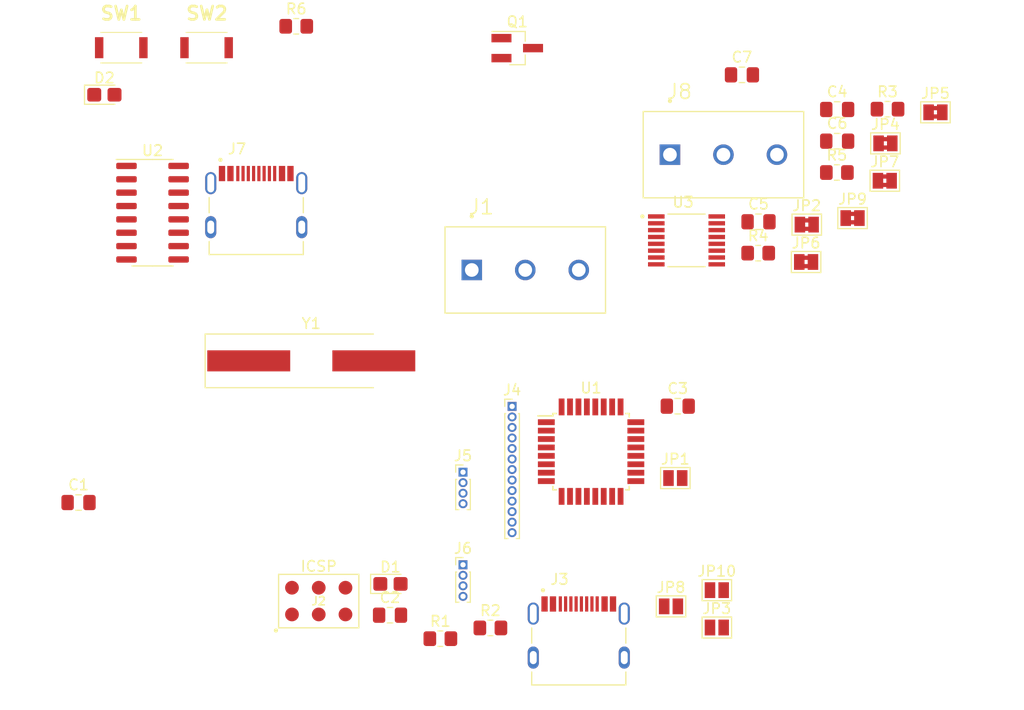
<source format=kicad_pcb>
(kicad_pcb (version 20171130) (host pcbnew "(5.1.10)-1")

  (general
    (thickness 1.6)
    (drawings 0)
    (tracks 0)
    (zones 0)
    (modules 40)
    (nets 77)
  )

  (page A4)
  (layers
    (0 F.Cu signal)
    (31 B.Cu signal)
    (32 B.Adhes user)
    (33 F.Adhes user)
    (34 B.Paste user)
    (35 F.Paste user)
    (36 B.SilkS user)
    (37 F.SilkS user)
    (38 B.Mask user)
    (39 F.Mask user)
    (40 Dwgs.User user)
    (41 Cmts.User user)
    (42 Eco1.User user)
    (43 Eco2.User user)
    (44 Edge.Cuts user)
    (45 Margin user)
    (46 B.CrtYd user)
    (47 F.CrtYd user)
    (48 B.Fab user)
    (49 F.Fab user)
  )

  (setup
    (last_trace_width 0.25)
    (trace_clearance 0.2)
    (zone_clearance 0.508)
    (zone_45_only no)
    (trace_min 0.2)
    (via_size 0.8)
    (via_drill 0.4)
    (via_min_size 0.4)
    (via_min_drill 0.3)
    (uvia_size 0.3)
    (uvia_drill 0.1)
    (uvias_allowed no)
    (uvia_min_size 0.2)
    (uvia_min_drill 0.1)
    (edge_width 0.05)
    (segment_width 0.2)
    (pcb_text_width 0.3)
    (pcb_text_size 1.5 1.5)
    (mod_edge_width 0.12)
    (mod_text_size 1 1)
    (mod_text_width 0.15)
    (pad_size 1.524 1.524)
    (pad_drill 0.762)
    (pad_to_mask_clearance 0)
    (aux_axis_origin 0 0)
    (visible_elements 7FFFFFFF)
    (pcbplotparams
      (layerselection 0x010fc_ffffffff)
      (usegerberextensions false)
      (usegerberattributes true)
      (usegerberadvancedattributes true)
      (creategerberjobfile true)
      (excludeedgelayer true)
      (linewidth 0.100000)
      (plotframeref false)
      (viasonmask false)
      (mode 1)
      (useauxorigin false)
      (hpglpennumber 1)
      (hpglpenspeed 20)
      (hpglpendiameter 15.000000)
      (psnegative false)
      (psa4output false)
      (plotreference true)
      (plotvalue true)
      (plotinvisibletext false)
      (padsonsilk false)
      (subtractmaskfromsilk false)
      (outputformat 1)
      (mirror false)
      (drillshape 1)
      (scaleselection 1)
      (outputdirectory ""))
  )

  (net 0 "")
  (net 1 XTAL1)
  (net 2 GND)
  (net 3 XTAL2)
  (net 4 VCC)
  (net 5 "Net-(D1-Pad2)")
  (net 6 MOSI)
  (net 7 SCK)
  (net 8 MISO)
  (net 9 RST)
  (net 10 ENC1A)
  (net 11 ENC1B)
  (net 12 ENC2A)
  (net 13 ENC2B)
  (net 14 ENC3A)
  (net 15 ENC3B)
  (net 16 ENC4A)
  (net 17 ENC4B)
  (net 18 BTN1)
  (net 19 BTN2)
  (net 20 BTN3)
  (net 21 BTN4)
  (net 22 RX)
  (net 23 TX)
  (net 24 SCL)
  (net 25 SDA)
  (net 26 "Net-(U1-Pad19)")
  (net 27 "Net-(U1-Pad20)")
  (net 28 "Net-(U1-Pad22)")
  (net 29 "Net-(J3-PadA6)")
  (net 30 "Net-(J3-PadB7)")
  (net 31 "Net-(J3-PadA5)")
  (net 32 "Net-(J3-PadB8)")
  (net 33 "Net-(J3-PadA7)")
  (net 34 "Net-(J3-PadB6)")
  (net 35 "Net-(J3-PadA8)")
  (net 36 "Net-(J3-PadB5)")
  (net 37 "Net-(J7-PadA5)")
  (net 38 "Net-(J7-PadB8)")
  (net 39 "Net-(J7-PadA8)")
  (net 40 "Net-(J7-PadB5)")
  (net 41 "Net-(U2-Pad7)")
  (net 42 "Net-(U2-Pad8)")
  (net 43 "Net-(U2-Pad9)")
  (net 44 "Net-(U2-Pad10)")
  (net 45 "Net-(U2-Pad11)")
  (net 46 "Net-(U2-Pad12)")
  (net 47 "Net-(U2-Pad13)")
  (net 48 "Net-(U2-Pad15)")
  (net 49 "Net-(C5-Pad2)")
  (net 50 "Net-(C6-Pad2)")
  (net 51 SIG1A)
  (net 52 SIG1B)
  (net 53 "Net-(J3-PadA4B9)")
  (net 54 "Net-(J3-PadB4A9)")
  (net 55 D+)
  (net 56 D-)
  (net 57 SIG2A)
  (net 58 SIG2B)
  (net 59 "Net-(U1-Pad23)")
  (net 60 "Net-(U1-Pad24)")
  (net 61 "Net-(U1-Pad25)")
  (net 62 "Net-(U1-Pad26)")
  (net 63 ICRST)
  (net 64 EXTRX)
  (net 65 EXTTX)
  (net 66 EXTRST)
  (net 67 "Net-(R6-Pad2)")
  (net 68 MUXS1)
  (net 69 MUXS2)
  (net 70 MUXS0)
  (net 71 ICTX)
  (net 72 ICRX)
  (net 73 "Net-(D2-Pad1)")
  (net 74 "Net-(D2-Pad2)")
  (net 75 STOPRST)
  (net 76 STOPRST-SIG)

  (net_class Default "This is the default net class."
    (clearance 0.2)
    (trace_width 0.25)
    (via_dia 0.8)
    (via_drill 0.4)
    (uvia_dia 0.3)
    (uvia_drill 0.1)
    (add_net BTN1)
    (add_net BTN2)
    (add_net BTN3)
    (add_net BTN4)
    (add_net D+)
    (add_net D-)
    (add_net ENC1A)
    (add_net ENC1B)
    (add_net ENC2A)
    (add_net ENC2B)
    (add_net ENC3A)
    (add_net ENC3B)
    (add_net ENC4A)
    (add_net ENC4B)
    (add_net EXTRST)
    (add_net EXTRX)
    (add_net EXTTX)
    (add_net GND)
    (add_net ICRST)
    (add_net ICRX)
    (add_net ICTX)
    (add_net MISO)
    (add_net MOSI)
    (add_net MUXS0)
    (add_net MUXS1)
    (add_net MUXS2)
    (add_net "Net-(C5-Pad2)")
    (add_net "Net-(C6-Pad2)")
    (add_net "Net-(D1-Pad2)")
    (add_net "Net-(D2-Pad1)")
    (add_net "Net-(D2-Pad2)")
    (add_net "Net-(J3-PadA4B9)")
    (add_net "Net-(J3-PadA5)")
    (add_net "Net-(J3-PadA6)")
    (add_net "Net-(J3-PadA7)")
    (add_net "Net-(J3-PadA8)")
    (add_net "Net-(J3-PadB4A9)")
    (add_net "Net-(J3-PadB5)")
    (add_net "Net-(J3-PadB6)")
    (add_net "Net-(J3-PadB7)")
    (add_net "Net-(J3-PadB8)")
    (add_net "Net-(J7-PadA5)")
    (add_net "Net-(J7-PadA8)")
    (add_net "Net-(J7-PadB5)")
    (add_net "Net-(J7-PadB8)")
    (add_net "Net-(R6-Pad2)")
    (add_net "Net-(U1-Pad19)")
    (add_net "Net-(U1-Pad20)")
    (add_net "Net-(U1-Pad22)")
    (add_net "Net-(U1-Pad23)")
    (add_net "Net-(U1-Pad24)")
    (add_net "Net-(U1-Pad25)")
    (add_net "Net-(U1-Pad26)")
    (add_net "Net-(U2-Pad10)")
    (add_net "Net-(U2-Pad11)")
    (add_net "Net-(U2-Pad12)")
    (add_net "Net-(U2-Pad13)")
    (add_net "Net-(U2-Pad15)")
    (add_net "Net-(U2-Pad7)")
    (add_net "Net-(U2-Pad8)")
    (add_net "Net-(U2-Pad9)")
    (add_net RST)
    (add_net RX)
    (add_net SCK)
    (add_net SCL)
    (add_net SDA)
    (add_net SIG1A)
    (add_net SIG1B)
    (add_net SIG2A)
    (add_net SIG2B)
    (add_net STOPRST)
    (add_net STOPRST-SIG)
    (add_net TX)
    (add_net VCC)
    (add_net XTAL1)
    (add_net XTAL2)
  )

  (module Capacitor_SMD:C_0805_2012Metric_Pad1.18x1.45mm_HandSolder (layer F.Cu) (tedit 5F68FEEF) (tstamp 6116A267)
    (at 58.279001 181.901001)
    (descr "Capacitor SMD 0805 (2012 Metric), square (rectangular) end terminal, IPC_7351 nominal with elongated pad for handsoldering. (Body size source: IPC-SM-782 page 76, https://www.pcb-3d.com/wordpress/wp-content/uploads/ipc-sm-782a_amendment_1_and_2.pdf, https://docs.google.com/spreadsheets/d/1BsfQQcO9C6DZCsRaXUlFlo91Tg2WpOkGARC1WS5S8t0/edit?usp=sharing), generated with kicad-footprint-generator")
    (tags "capacitor handsolder")
    (path /611448F1)
    (attr smd)
    (fp_text reference C2 (at 0 -1.68) (layer F.SilkS)
      (effects (font (size 1 1) (thickness 0.15)))
    )
    (fp_text value 22p (at 0 1.68) (layer F.Fab)
      (effects (font (size 1 1) (thickness 0.15)))
    )
    (fp_line (start 1.88 0.98) (end -1.88 0.98) (layer F.CrtYd) (width 0.05))
    (fp_line (start 1.88 -0.98) (end 1.88 0.98) (layer F.CrtYd) (width 0.05))
    (fp_line (start -1.88 -0.98) (end 1.88 -0.98) (layer F.CrtYd) (width 0.05))
    (fp_line (start -1.88 0.98) (end -1.88 -0.98) (layer F.CrtYd) (width 0.05))
    (fp_line (start -0.261252 0.735) (end 0.261252 0.735) (layer F.SilkS) (width 0.12))
    (fp_line (start -0.261252 -0.735) (end 0.261252 -0.735) (layer F.SilkS) (width 0.12))
    (fp_line (start 1 0.625) (end -1 0.625) (layer F.Fab) (width 0.1))
    (fp_line (start 1 -0.625) (end 1 0.625) (layer F.Fab) (width 0.1))
    (fp_line (start -1 -0.625) (end 1 -0.625) (layer F.Fab) (width 0.1))
    (fp_line (start -1 0.625) (end -1 -0.625) (layer F.Fab) (width 0.1))
    (fp_text user %R (at 0 0) (layer F.Fab)
      (effects (font (size 0.5 0.5) (thickness 0.08)))
    )
    (pad 1 smd roundrect (at -1.0375 0) (size 1.175 1.45) (layers F.Cu F.Paste F.Mask) (roundrect_rratio 0.212766)
      (net 3 XTAL2))
    (pad 2 smd roundrect (at 1.0375 0) (size 1.175 1.45) (layers F.Cu F.Paste F.Mask) (roundrect_rratio 0.212766)
      (net 2 GND))
    (model ${KISYS3DMOD}/Capacitor_SMD.3dshapes/C_0805_2012Metric.wrl
      (at (xyz 0 0 0))
      (scale (xyz 1 1 1))
      (rotate (xyz 0 0 0))
    )
  )

  (module Capacitor_SMD:C_0805_2012Metric_Pad1.18x1.45mm_HandSolder (layer F.Cu) (tedit 5F68FEEF) (tstamp 6116A278)
    (at 85.599001 162.041001)
    (descr "Capacitor SMD 0805 (2012 Metric), square (rectangular) end terminal, IPC_7351 nominal with elongated pad for handsoldering. (Body size source: IPC-SM-782 page 76, https://www.pcb-3d.com/wordpress/wp-content/uploads/ipc-sm-782a_amendment_1_and_2.pdf, https://docs.google.com/spreadsheets/d/1BsfQQcO9C6DZCsRaXUlFlo91Tg2WpOkGARC1WS5S8t0/edit?usp=sharing), generated with kicad-footprint-generator")
    (tags "capacitor handsolder")
    (path /6115564D)
    (attr smd)
    (fp_text reference C3 (at 0 -1.68) (layer F.SilkS)
      (effects (font (size 1 1) (thickness 0.15)))
    )
    (fp_text value 100n (at 0 1.68) (layer F.Fab)
      (effects (font (size 1 1) (thickness 0.15)))
    )
    (fp_line (start -1 0.625) (end -1 -0.625) (layer F.Fab) (width 0.1))
    (fp_line (start -1 -0.625) (end 1 -0.625) (layer F.Fab) (width 0.1))
    (fp_line (start 1 -0.625) (end 1 0.625) (layer F.Fab) (width 0.1))
    (fp_line (start 1 0.625) (end -1 0.625) (layer F.Fab) (width 0.1))
    (fp_line (start -0.261252 -0.735) (end 0.261252 -0.735) (layer F.SilkS) (width 0.12))
    (fp_line (start -0.261252 0.735) (end 0.261252 0.735) (layer F.SilkS) (width 0.12))
    (fp_line (start -1.88 0.98) (end -1.88 -0.98) (layer F.CrtYd) (width 0.05))
    (fp_line (start -1.88 -0.98) (end 1.88 -0.98) (layer F.CrtYd) (width 0.05))
    (fp_line (start 1.88 -0.98) (end 1.88 0.98) (layer F.CrtYd) (width 0.05))
    (fp_line (start 1.88 0.98) (end -1.88 0.98) (layer F.CrtYd) (width 0.05))
    (fp_text user %R (at 0 0) (layer F.Fab)
      (effects (font (size 0.5 0.5) (thickness 0.08)))
    )
    (pad 2 smd roundrect (at 1.0375 0) (size 1.175 1.45) (layers F.Cu F.Paste F.Mask) (roundrect_rratio 0.212766)
      (net 2 GND))
    (pad 1 smd roundrect (at -1.0375 0) (size 1.175 1.45) (layers F.Cu F.Paste F.Mask) (roundrect_rratio 0.212766)
      (net 4 VCC))
    (model ${KISYS3DMOD}/Capacitor_SMD.3dshapes/C_0805_2012Metric.wrl
      (at (xyz 0 0 0))
      (scale (xyz 1 1 1))
      (rotate (xyz 0 0 0))
    )
  )

  (module LED_SMD:LED_0805_2012Metric_Castellated (layer F.Cu) (tedit 5F68FEF1) (tstamp 6116A28B)
    (at 58.319001 178.926001)
    (descr "LED SMD 0805 (2012 Metric), castellated end terminal, IPC_7351 nominal, (Body size source: https://docs.google.com/spreadsheets/d/1BsfQQcO9C6DZCsRaXUlFlo91Tg2WpOkGARC1WS5S8t0/edit?usp=sharing), generated with kicad-footprint-generator")
    (tags "LED castellated")
    (path /6113FB23)
    (attr smd)
    (fp_text reference D1 (at 0 -1.6) (layer F.SilkS)
      (effects (font (size 1 1) (thickness 0.15)))
    )
    (fp_text value 17-21/BHC-XL2M2TY/3T (at 0 1.6) (layer F.Fab)
      (effects (font (size 1 1) (thickness 0.15)))
    )
    (fp_line (start 1.88 0.9) (end -1.88 0.9) (layer F.CrtYd) (width 0.05))
    (fp_line (start 1.88 -0.9) (end 1.88 0.9) (layer F.CrtYd) (width 0.05))
    (fp_line (start -1.88 -0.9) (end 1.88 -0.9) (layer F.CrtYd) (width 0.05))
    (fp_line (start -1.88 0.9) (end -1.88 -0.9) (layer F.CrtYd) (width 0.05))
    (fp_line (start -1.885 0.91) (end 1 0.91) (layer F.SilkS) (width 0.12))
    (fp_line (start -1.885 -0.91) (end -1.885 0.91) (layer F.SilkS) (width 0.12))
    (fp_line (start 1 -0.91) (end -1.885 -0.91) (layer F.SilkS) (width 0.12))
    (fp_line (start 1 0.6) (end 1 -0.6) (layer F.Fab) (width 0.1))
    (fp_line (start -1 0.6) (end 1 0.6) (layer F.Fab) (width 0.1))
    (fp_line (start -1 -0.3) (end -1 0.6) (layer F.Fab) (width 0.1))
    (fp_line (start -0.7 -0.6) (end -1 -0.3) (layer F.Fab) (width 0.1))
    (fp_line (start 1 -0.6) (end -0.7 -0.6) (layer F.Fab) (width 0.1))
    (fp_text user %R (at 0 0) (layer F.Fab)
      (effects (font (size 0.5 0.5) (thickness 0.08)))
    )
    (pad 1 smd roundrect (at -0.9625 0) (size 1.325 1.3) (layers F.Cu F.Paste F.Mask) (roundrect_rratio 0.192308)
      (net 2 GND))
    (pad 2 smd roundrect (at 0.9625 0) (size 1.325 1.3) (layers F.Cu F.Paste F.Mask) (roundrect_rratio 0.192308)
      (net 5 "Net-(D1-Pad2)"))
    (model ${KISYS3DMOD}/LED_SMD.3dshapes/LED_0805_2012Metric_Castellated.wrl
      (at (xyz 0 0 0))
      (scale (xyz 1 1 1))
      (rotate (xyz 0 0 0))
    )
  )

  (module AVR-ISP:AVR-ISP (layer F.Cu) (tedit 61126B73) (tstamp 6116A29B)
    (at 51.508001 180.559501)
    (path /61134728)
    (fp_text reference J2 (at 0 0) (layer F.SilkS)
      (effects (font (size 0.787402 0.787402) (thickness 0.15)))
    )
    (fp_text value AVR-ISP-6 (at 0 0) (layer F.Fab)
      (effects (font (size 0.787402 0.787402) (thickness 0.15)))
    )
    (fp_line (start -3.81 -2.54) (end 3.81 -2.54) (layer F.SilkS) (width 0.127))
    (fp_line (start 3.81 -2.54) (end 3.81 2.54) (layer F.SilkS) (width 0.127))
    (fp_line (start 3.81 2.54) (end -3.81 2.54) (layer F.SilkS) (width 0.127))
    (fp_line (start -3.81 2.54) (end -3.81 -2.54) (layer F.SilkS) (width 0.127))
    (fp_circle (center -4.064 2.794) (end -3.964 2.794) (layer F.SilkS) (width 0.2))
    (fp_text user ICSP (at 0 -3.302) (layer F.SilkS)
      (effects (font (size 1 1) (thickness 0.15)))
    )
    (pad 4 smd circle (at 0 -1.27) (size 1.308 1.308) (layers F.Cu F.Paste F.Mask)
      (net 6 MOSI))
    (pad 3 smd circle (at 0 1.27) (size 1.308 1.308) (layers F.Cu F.Paste F.Mask)
      (net 7 SCK))
    (pad 2 smd circle (at -2.54 -1.27) (size 1.308 1.308) (layers F.Cu F.Paste F.Mask)
      (net 4 VCC))
    (pad 1 smd circle (at -2.54 1.27) (size 1.308 1.308) (layers F.Cu F.Paste F.Mask)
      (net 8 MISO))
    (pad 5 smd circle (at 2.54 1.27) (size 1.308 1.308) (layers F.Cu F.Paste F.Mask)
      (net 9 RST))
    (pad 6 smd circle (at 2.54 -1.27) (size 1.308 1.308) (layers F.Cu F.Paste F.Mask)
      (net 2 GND))
  )

  (module HRO_TYPE-C-31-M-12:HRO_TYPE-C-31-M-12 (layer F.Cu) (tedit 6112D184) (tstamp 6116A2C0)
    (at 76.2 185.928)
    (path /6112D89A)
    (fp_text reference J3 (at -1.825 -7.435) (layer F.SilkS)
      (effects (font (size 1 1) (thickness 0.15)))
    )
    (fp_text value TYPE-C-31-M-12 (at 6.43 4.135) (layer F.Fab)
      (effects (font (size 1 1) (thickness 0.15)))
    )
    (fp_circle (center -3.4 -6.4) (end -3.3 -6.4) (layer F.SilkS) (width 0.2))
    (fp_circle (center -3.4 -6.4) (end -3.3 -6.4) (layer F.Fab) (width 0.2))
    (fp_line (start -5.095 -6.07) (end -5.095 2.85) (layer F.CrtYd) (width 0.05))
    (fp_line (start 5.095 -6.07) (end -5.095 -6.07) (layer F.CrtYd) (width 0.05))
    (fp_line (start 5.095 2.85) (end 5.095 -6.07) (layer F.CrtYd) (width 0.05))
    (fp_line (start -5.095 2.85) (end 5.095 2.85) (layer F.CrtYd) (width 0.05))
    (fp_line (start -4.47 2.6) (end -4.47 1.37) (layer F.SilkS) (width 0.127))
    (fp_line (start 4.47 2.6) (end -4.47 2.6) (layer F.SilkS) (width 0.127))
    (fp_line (start 4.47 1.37) (end 4.47 2.6) (layer F.SilkS) (width 0.127))
    (fp_line (start 4.47 -2.81) (end 4.47 -1.37) (layer F.SilkS) (width 0.127))
    (fp_line (start -4.47 -2.81) (end -4.47 -1.37) (layer F.SilkS) (width 0.127))
    (fp_line (start -4.47 -4.7) (end -4.47 2.6) (layer F.Fab) (width 0.127))
    (fp_line (start 4.47 -4.7) (end -4.47 -4.7) (layer F.Fab) (width 0.127))
    (fp_line (start 4.47 2.6) (end 4.47 -4.7) (layer F.Fab) (width 0.127))
    (fp_line (start -4.47 2.6) (end 4.47 2.6) (layer F.Fab) (width 0.127))
    (pad A1B12 smd rect (at -3.25 -5.095) (size 0.6 1.45) (layers F.Cu F.Paste F.Mask)
      (net 2 GND))
    (pad A4B9 smd rect (at -2.45 -5.095) (size 0.6 1.45) (layers F.Cu F.Paste F.Mask)
      (net 53 "Net-(J3-PadA4B9)"))
    (pad A6 smd rect (at -0.25 -5.095) (size 0.3 1.45) (layers F.Cu F.Paste F.Mask)
      (net 29 "Net-(J3-PadA6)"))
    (pad B7 smd rect (at -0.75 -5.095) (size 0.3 1.45) (layers F.Cu F.Paste F.Mask)
      (net 30 "Net-(J3-PadB7)"))
    (pad A5 smd rect (at -1.25 -5.095) (size 0.3 1.45) (layers F.Cu F.Paste F.Mask)
      (net 31 "Net-(J3-PadA5)"))
    (pad B8 smd rect (at -1.75 -5.095) (size 0.3 1.45) (layers F.Cu F.Paste F.Mask)
      (net 32 "Net-(J3-PadB8)"))
    (pad A7 smd rect (at 0.25 -5.095) (size 0.3 1.45) (layers F.Cu F.Paste F.Mask)
      (net 33 "Net-(J3-PadA7)"))
    (pad B6 smd rect (at 0.75 -5.095) (size 0.3 1.45) (layers F.Cu F.Paste F.Mask)
      (net 34 "Net-(J3-PadB6)"))
    (pad A8 smd rect (at 1.25 -5.095) (size 0.3 1.45) (layers F.Cu F.Paste F.Mask)
      (net 35 "Net-(J3-PadA8)"))
    (pad B5 smd rect (at 1.75 -5.095) (size 0.3 1.45) (layers F.Cu F.Paste F.Mask)
      (net 36 "Net-(J3-PadB5)"))
    (pad B4A9 smd rect (at 2.45 -5.095) (size 0.6 1.45) (layers F.Cu F.Paste F.Mask)
      (net 54 "Net-(J3-PadB4A9)"))
    (pad B1A12 smd rect (at 3.25 -5.095) (size 0.6 1.45) (layers F.Cu F.Paste F.Mask)
      (net 2 GND))
    (pad S1 thru_hole oval (at -4.32 -4.18) (size 1.05 2.1) (drill oval 0.65 1.75) (layers *.Cu *.Mask)
      (net 2 GND))
    (pad S2 thru_hole oval (at 4.32 -4.18) (size 1.05 2.1) (drill oval 0.65 1.75) (layers *.Cu *.Mask)
      (net 2 GND))
    (pad S3 thru_hole oval (at -4.32 0) (size 1.05 2.1) (drill oval 0.65 1.25) (layers *.Cu *.Mask)
      (net 2 GND))
    (pad S4 thru_hole oval (at 4.32 0) (size 1.05 2.1) (drill oval 0.65 1.25) (layers *.Cu *.Mask)
      (net 2 GND))
    (pad None np_thru_hole circle (at -2.89 -3.65) (size 0.7 0.7) (drill 0.7) (layers *.Cu *.Mask))
    (pad None np_thru_hole circle (at 2.89 -3.65) (size 0.7 0.7) (drill 0.7) (layers *.Cu *.Mask))
    (model ${KIPRJMOD}/Libraries/HRO_TYPE-C-31-M-12.models/TYPE-C-31-M-12.step
      (at (xyz 0 0 0))
      (scale (xyz 1 1 1))
      (rotate (xyz -90 0 0))
    )
  )

  (module Connector_PinHeader_1.00mm:PinHeader_1x13_P1.00mm_Vertical (layer F.Cu) (tedit 59FED738) (tstamp 6116A2E3)
    (at 69.869001 162.061001)
    (descr "Through hole straight pin header, 1x13, 1.00mm pitch, single row")
    (tags "Through hole pin header THT 1x13 1.00mm single row")
    (path /61285557)
    (fp_text reference J4 (at 0 -1.56) (layer F.SilkS)
      (effects (font (size 1 1) (thickness 0.15)))
    )
    (fp_text value Conn_01x13 (at 0 13.56) (layer F.Fab)
      (effects (font (size 1 1) (thickness 0.15)))
    )
    (fp_line (start 1.15 -1) (end -1.15 -1) (layer F.CrtYd) (width 0.05))
    (fp_line (start 1.15 13) (end 1.15 -1) (layer F.CrtYd) (width 0.05))
    (fp_line (start -1.15 13) (end 1.15 13) (layer F.CrtYd) (width 0.05))
    (fp_line (start -1.15 -1) (end -1.15 13) (layer F.CrtYd) (width 0.05))
    (fp_line (start -0.695 -0.685) (end 0 -0.685) (layer F.SilkS) (width 0.12))
    (fp_line (start -0.695 0) (end -0.695 -0.685) (layer F.SilkS) (width 0.12))
    (fp_line (start 0.608276 0.685) (end 0.695 0.685) (layer F.SilkS) (width 0.12))
    (fp_line (start -0.695 0.685) (end -0.608276 0.685) (layer F.SilkS) (width 0.12))
    (fp_line (start 0.695 0.685) (end 0.695 12.56) (layer F.SilkS) (width 0.12))
    (fp_line (start -0.695 0.685) (end -0.695 12.56) (layer F.SilkS) (width 0.12))
    (fp_line (start 0.394493 12.56) (end 0.695 12.56) (layer F.SilkS) (width 0.12))
    (fp_line (start -0.695 12.56) (end -0.394493 12.56) (layer F.SilkS) (width 0.12))
    (fp_line (start -0.635 -0.1825) (end -0.3175 -0.5) (layer F.Fab) (width 0.1))
    (fp_line (start -0.635 12.5) (end -0.635 -0.1825) (layer F.Fab) (width 0.1))
    (fp_line (start 0.635 12.5) (end -0.635 12.5) (layer F.Fab) (width 0.1))
    (fp_line (start 0.635 -0.5) (end 0.635 12.5) (layer F.Fab) (width 0.1))
    (fp_line (start -0.3175 -0.5) (end 0.635 -0.5) (layer F.Fab) (width 0.1))
    (fp_text user %R (at 0 6 90) (layer F.Fab)
      (effects (font (size 0.76 0.76) (thickness 0.114)))
    )
    (pad 1 thru_hole rect (at 0 0) (size 0.85 0.85) (drill 0.5) (layers *.Cu *.Mask)
      (net 2 GND))
    (pad 2 thru_hole oval (at 0 1) (size 0.85 0.85) (drill 0.5) (layers *.Cu *.Mask)
      (net 10 ENC1A))
    (pad 3 thru_hole oval (at 0 2) (size 0.85 0.85) (drill 0.5) (layers *.Cu *.Mask)
      (net 11 ENC1B))
    (pad 4 thru_hole oval (at 0 3) (size 0.85 0.85) (drill 0.5) (layers *.Cu *.Mask)
      (net 12 ENC2A))
    (pad 5 thru_hole oval (at 0 4) (size 0.85 0.85) (drill 0.5) (layers *.Cu *.Mask)
      (net 13 ENC2B))
    (pad 6 thru_hole oval (at 0 5) (size 0.85 0.85) (drill 0.5) (layers *.Cu *.Mask)
      (net 14 ENC3A))
    (pad 7 thru_hole oval (at 0 6) (size 0.85 0.85) (drill 0.5) (layers *.Cu *.Mask)
      (net 15 ENC3B))
    (pad 8 thru_hole oval (at 0 7) (size 0.85 0.85) (drill 0.5) (layers *.Cu *.Mask)
      (net 16 ENC4A))
    (pad 9 thru_hole oval (at 0 8) (size 0.85 0.85) (drill 0.5) (layers *.Cu *.Mask)
      (net 17 ENC4B))
    (pad 10 thru_hole oval (at 0 9) (size 0.85 0.85) (drill 0.5) (layers *.Cu *.Mask)
      (net 18 BTN1))
    (pad 11 thru_hole oval (at 0 10) (size 0.85 0.85) (drill 0.5) (layers *.Cu *.Mask)
      (net 19 BTN2))
    (pad 12 thru_hole oval (at 0 11) (size 0.85 0.85) (drill 0.5) (layers *.Cu *.Mask)
      (net 20 BTN3))
    (pad 13 thru_hole oval (at 0 12) (size 0.85 0.85) (drill 0.5) (layers *.Cu *.Mask)
      (net 21 BTN4))
    (model ${KISYS3DMOD}/Connector_PinHeader_1.00mm.3dshapes/PinHeader_1x13_P1.00mm_Vertical.wrl
      (at (xyz 0 0 0))
      (scale (xyz 1 1 1))
      (rotate (xyz 0 0 0))
    )
  )

  (module Connector_PinHeader_1.00mm:PinHeader_1x04_P1.00mm_Vertical (layer F.Cu) (tedit 59FED738) (tstamp 6116A2FD)
    (at 65.209001 168.311001)
    (descr "Through hole straight pin header, 1x04, 1.00mm pitch, single row")
    (tags "Through hole pin header THT 1x04 1.00mm single row")
    (path /613031C0)
    (fp_text reference J5 (at 0 -1.56) (layer F.SilkS)
      (effects (font (size 1 1) (thickness 0.15)))
    )
    (fp_text value Conn_01x04 (at 0 4.56) (layer F.Fab)
      (effects (font (size 1 1) (thickness 0.15)))
    )
    (fp_line (start 1.15 -1) (end -1.15 -1) (layer F.CrtYd) (width 0.05))
    (fp_line (start 1.15 4) (end 1.15 -1) (layer F.CrtYd) (width 0.05))
    (fp_line (start -1.15 4) (end 1.15 4) (layer F.CrtYd) (width 0.05))
    (fp_line (start -1.15 -1) (end -1.15 4) (layer F.CrtYd) (width 0.05))
    (fp_line (start -0.695 -0.685) (end 0 -0.685) (layer F.SilkS) (width 0.12))
    (fp_line (start -0.695 0) (end -0.695 -0.685) (layer F.SilkS) (width 0.12))
    (fp_line (start 0.608276 0.685) (end 0.695 0.685) (layer F.SilkS) (width 0.12))
    (fp_line (start -0.695 0.685) (end -0.608276 0.685) (layer F.SilkS) (width 0.12))
    (fp_line (start 0.695 0.685) (end 0.695 3.56) (layer F.SilkS) (width 0.12))
    (fp_line (start -0.695 0.685) (end -0.695 3.56) (layer F.SilkS) (width 0.12))
    (fp_line (start 0.394493 3.56) (end 0.695 3.56) (layer F.SilkS) (width 0.12))
    (fp_line (start -0.695 3.56) (end -0.394493 3.56) (layer F.SilkS) (width 0.12))
    (fp_line (start -0.635 -0.1825) (end -0.3175 -0.5) (layer F.Fab) (width 0.1))
    (fp_line (start -0.635 3.5) (end -0.635 -0.1825) (layer F.Fab) (width 0.1))
    (fp_line (start 0.635 3.5) (end -0.635 3.5) (layer F.Fab) (width 0.1))
    (fp_line (start 0.635 -0.5) (end 0.635 3.5) (layer F.Fab) (width 0.1))
    (fp_line (start -0.3175 -0.5) (end 0.635 -0.5) (layer F.Fab) (width 0.1))
    (fp_text user %R (at 0 1.5 90) (layer F.Fab)
      (effects (font (size 0.76 0.76) (thickness 0.114)))
    )
    (pad 1 thru_hole rect (at 0 0) (size 0.85 0.85) (drill 0.5) (layers *.Cu *.Mask)
      (net 2 GND))
    (pad 2 thru_hole oval (at 0 1) (size 0.85 0.85) (drill 0.5) (layers *.Cu *.Mask)
      (net 23 TX))
    (pad 3 thru_hole oval (at 0 2) (size 0.85 0.85) (drill 0.5) (layers *.Cu *.Mask)
      (net 22 RX))
    (pad 4 thru_hole oval (at 0 3) (size 0.85 0.85) (drill 0.5) (layers *.Cu *.Mask)
      (net 9 RST))
    (model ${KISYS3DMOD}/Connector_PinHeader_1.00mm.3dshapes/PinHeader_1x04_P1.00mm_Vertical.wrl
      (at (xyz 0 0 0))
      (scale (xyz 1 1 1))
      (rotate (xyz 0 0 0))
    )
  )

  (module Connector_PinHeader_1.00mm:PinHeader_1x04_P1.00mm_Vertical (layer F.Cu) (tedit 59FED738) (tstamp 6116A317)
    (at 65.209001 177.111001)
    (descr "Through hole straight pin header, 1x04, 1.00mm pitch, single row")
    (tags "Through hole pin header THT 1x04 1.00mm single row")
    (path /613021A3)
    (fp_text reference J6 (at 0 -1.56) (layer F.SilkS)
      (effects (font (size 1 1) (thickness 0.15)))
    )
    (fp_text value Conn_01x04 (at 0 4.56) (layer F.Fab)
      (effects (font (size 1 1) (thickness 0.15)))
    )
    (fp_line (start -0.3175 -0.5) (end 0.635 -0.5) (layer F.Fab) (width 0.1))
    (fp_line (start 0.635 -0.5) (end 0.635 3.5) (layer F.Fab) (width 0.1))
    (fp_line (start 0.635 3.5) (end -0.635 3.5) (layer F.Fab) (width 0.1))
    (fp_line (start -0.635 3.5) (end -0.635 -0.1825) (layer F.Fab) (width 0.1))
    (fp_line (start -0.635 -0.1825) (end -0.3175 -0.5) (layer F.Fab) (width 0.1))
    (fp_line (start -0.695 3.56) (end -0.394493 3.56) (layer F.SilkS) (width 0.12))
    (fp_line (start 0.394493 3.56) (end 0.695 3.56) (layer F.SilkS) (width 0.12))
    (fp_line (start -0.695 0.685) (end -0.695 3.56) (layer F.SilkS) (width 0.12))
    (fp_line (start 0.695 0.685) (end 0.695 3.56) (layer F.SilkS) (width 0.12))
    (fp_line (start -0.695 0.685) (end -0.608276 0.685) (layer F.SilkS) (width 0.12))
    (fp_line (start 0.608276 0.685) (end 0.695 0.685) (layer F.SilkS) (width 0.12))
    (fp_line (start -0.695 0) (end -0.695 -0.685) (layer F.SilkS) (width 0.12))
    (fp_line (start -0.695 -0.685) (end 0 -0.685) (layer F.SilkS) (width 0.12))
    (fp_line (start -1.15 -1) (end -1.15 4) (layer F.CrtYd) (width 0.05))
    (fp_line (start -1.15 4) (end 1.15 4) (layer F.CrtYd) (width 0.05))
    (fp_line (start 1.15 4) (end 1.15 -1) (layer F.CrtYd) (width 0.05))
    (fp_line (start 1.15 -1) (end -1.15 -1) (layer F.CrtYd) (width 0.05))
    (fp_text user %R (at 0 1.5 90) (layer F.Fab)
      (effects (font (size 0.76 0.76) (thickness 0.114)))
    )
    (pad 4 thru_hole oval (at 0 3) (size 0.85 0.85) (drill 0.5) (layers *.Cu *.Mask)
      (net 4 VCC))
    (pad 3 thru_hole oval (at 0 2) (size 0.85 0.85) (drill 0.5) (layers *.Cu *.Mask)
      (net 24 SCL))
    (pad 2 thru_hole oval (at 0 1) (size 0.85 0.85) (drill 0.5) (layers *.Cu *.Mask)
      (net 25 SDA))
    (pad 1 thru_hole rect (at 0 0) (size 0.85 0.85) (drill 0.5) (layers *.Cu *.Mask)
      (net 2 GND))
    (model ${KISYS3DMOD}/Connector_PinHeader_1.00mm.3dshapes/PinHeader_1x04_P1.00mm_Vertical.wrl
      (at (xyz 0 0 0))
      (scale (xyz 1 1 1))
      (rotate (xyz 0 0 0))
    )
  )

  (module Jumper:SolderJumper-2_P1.3mm_Open_Pad1.0x1.5mm (layer F.Cu) (tedit 5A3EABFC) (tstamp 6116A325)
    (at 85.369001 168.871001)
    (descr "SMD Solder Jumper, 1x1.5mm Pads, 0.3mm gap, open")
    (tags "solder jumper open")
    (path /6113282A)
    (attr virtual)
    (fp_text reference JP1 (at 0 -1.8) (layer F.SilkS)
      (effects (font (size 1 1) (thickness 0.15)))
    )
    (fp_text value SolderJumper (at 0 1.9) (layer F.Fab)
      (effects (font (size 1 1) (thickness 0.15)))
    )
    (fp_line (start 1.65 1.25) (end -1.65 1.25) (layer F.CrtYd) (width 0.05))
    (fp_line (start 1.65 1.25) (end 1.65 -1.25) (layer F.CrtYd) (width 0.05))
    (fp_line (start -1.65 -1.25) (end -1.65 1.25) (layer F.CrtYd) (width 0.05))
    (fp_line (start -1.65 -1.25) (end 1.65 -1.25) (layer F.CrtYd) (width 0.05))
    (fp_line (start -1.4 -1) (end 1.4 -1) (layer F.SilkS) (width 0.12))
    (fp_line (start 1.4 -1) (end 1.4 1) (layer F.SilkS) (width 0.12))
    (fp_line (start 1.4 1) (end -1.4 1) (layer F.SilkS) (width 0.12))
    (fp_line (start -1.4 1) (end -1.4 -1) (layer F.SilkS) (width 0.12))
    (pad 2 smd rect (at 0.65 0) (size 1 1.5) (layers F.Cu F.Mask)
      (net 29 "Net-(J3-PadA6)"))
    (pad 1 smd rect (at -0.65 0) (size 1 1.5) (layers F.Cu F.Mask)
      (net 25 SDA))
  )

  (module Jumper:SolderJumper-2_P1.3mm_Open_Pad1.0x1.5mm (layer F.Cu) (tedit 5A3EABFC) (tstamp 6116A341)
    (at 89.309001 183.071001)
    (descr "SMD Solder Jumper, 1x1.5mm Pads, 0.3mm gap, open")
    (tags "solder jumper open")
    (path /6118262C)
    (attr virtual)
    (fp_text reference JP3 (at 0 -1.8) (layer F.SilkS)
      (effects (font (size 1 1) (thickness 0.15)))
    )
    (fp_text value SolderJumper (at 0 1.9) (layer F.Fab)
      (effects (font (size 1 1) (thickness 0.15)))
    )
    (fp_line (start -1.4 1) (end -1.4 -1) (layer F.SilkS) (width 0.12))
    (fp_line (start 1.4 1) (end -1.4 1) (layer F.SilkS) (width 0.12))
    (fp_line (start 1.4 -1) (end 1.4 1) (layer F.SilkS) (width 0.12))
    (fp_line (start -1.4 -1) (end 1.4 -1) (layer F.SilkS) (width 0.12))
    (fp_line (start -1.65 -1.25) (end 1.65 -1.25) (layer F.CrtYd) (width 0.05))
    (fp_line (start -1.65 -1.25) (end -1.65 1.25) (layer F.CrtYd) (width 0.05))
    (fp_line (start 1.65 1.25) (end 1.65 -1.25) (layer F.CrtYd) (width 0.05))
    (fp_line (start 1.65 1.25) (end -1.65 1.25) (layer F.CrtYd) (width 0.05))
    (pad 1 smd rect (at -0.65 0) (size 1 1.5) (layers F.Cu F.Mask)
      (net 24 SCL))
    (pad 2 smd rect (at 0.65 0) (size 1 1.5) (layers F.Cu F.Mask)
      (net 33 "Net-(J3-PadA7)"))
  )

  (module Jumper:SolderJumper-2_P1.3mm_Open_Pad1.0x1.5mm (layer F.Cu) (tedit 5A3EABFC) (tstamp 6116A387)
    (at 84.959001 181.061001)
    (descr "SMD Solder Jumper, 1x1.5mm Pads, 0.3mm gap, open")
    (tags "solder jumper open")
    (path /611A3587)
    (attr virtual)
    (fp_text reference JP8 (at 0 -1.8) (layer F.SilkS)
      (effects (font (size 1 1) (thickness 0.15)))
    )
    (fp_text value SolderJumper (at 0 1.9) (layer F.Fab)
      (effects (font (size 1 1) (thickness 0.15)))
    )
    (fp_line (start -1.4 1) (end -1.4 -1) (layer F.SilkS) (width 0.12))
    (fp_line (start 1.4 1) (end -1.4 1) (layer F.SilkS) (width 0.12))
    (fp_line (start 1.4 -1) (end 1.4 1) (layer F.SilkS) (width 0.12))
    (fp_line (start -1.4 -1) (end 1.4 -1) (layer F.SilkS) (width 0.12))
    (fp_line (start -1.65 -1.25) (end 1.65 -1.25) (layer F.CrtYd) (width 0.05))
    (fp_line (start -1.65 -1.25) (end -1.65 1.25) (layer F.CrtYd) (width 0.05))
    (fp_line (start 1.65 1.25) (end 1.65 -1.25) (layer F.CrtYd) (width 0.05))
    (fp_line (start 1.65 1.25) (end -1.65 1.25) (layer F.CrtYd) (width 0.05))
    (pad 1 smd rect (at -0.65 0) (size 1 1.5) (layers F.Cu F.Mask)
      (net 24 SCL))
    (pad 2 smd rect (at 0.65 0) (size 1 1.5) (layers F.Cu F.Mask)
      (net 30 "Net-(J3-PadB7)"))
  )

  (module Jumper:SolderJumper-2_P1.3mm_Open_Pad1.0x1.5mm (layer F.Cu) (tedit 5A3EABFC) (tstamp 6116A3A3)
    (at 89.309001 179.521001)
    (descr "SMD Solder Jumper, 1x1.5mm Pads, 0.3mm gap, open")
    (tags "solder jumper open")
    (path /611A3577)
    (attr virtual)
    (fp_text reference JP10 (at 0 -1.8) (layer F.SilkS)
      (effects (font (size 1 1) (thickness 0.15)))
    )
    (fp_text value SolderJumper (at 0 1.9) (layer F.Fab)
      (effects (font (size 1 1) (thickness 0.15)))
    )
    (fp_line (start 1.65 1.25) (end -1.65 1.25) (layer F.CrtYd) (width 0.05))
    (fp_line (start 1.65 1.25) (end 1.65 -1.25) (layer F.CrtYd) (width 0.05))
    (fp_line (start -1.65 -1.25) (end -1.65 1.25) (layer F.CrtYd) (width 0.05))
    (fp_line (start -1.65 -1.25) (end 1.65 -1.25) (layer F.CrtYd) (width 0.05))
    (fp_line (start -1.4 -1) (end 1.4 -1) (layer F.SilkS) (width 0.12))
    (fp_line (start 1.4 -1) (end 1.4 1) (layer F.SilkS) (width 0.12))
    (fp_line (start 1.4 1) (end -1.4 1) (layer F.SilkS) (width 0.12))
    (fp_line (start -1.4 1) (end -1.4 -1) (layer F.SilkS) (width 0.12))
    (pad 2 smd rect (at 0.65 0) (size 1 1.5) (layers F.Cu F.Mask)
      (net 34 "Net-(J3-PadB6)"))
    (pad 1 smd rect (at -0.65 0) (size 1 1.5) (layers F.Cu F.Mask)
      (net 25 SDA))
  )

  (module Resistor_SMD:R_0805_2012Metric_Pad1.20x1.40mm_HandSolder (layer F.Cu) (tedit 5F68FEEE) (tstamp 6116A3B4)
    (at 63.059001 184.131001)
    (descr "Resistor SMD 0805 (2012 Metric), square (rectangular) end terminal, IPC_7351 nominal with elongated pad for handsoldering. (Body size source: IPC-SM-782 page 72, https://www.pcb-3d.com/wordpress/wp-content/uploads/ipc-sm-782a_amendment_1_and_2.pdf), generated with kicad-footprint-generator")
    (tags "resistor handsolder")
    (path /611669B4)
    (attr smd)
    (fp_text reference R1 (at 0 -1.65) (layer F.SilkS)
      (effects (font (size 1 1) (thickness 0.15)))
    )
    (fp_text value 10k (at 0 1.65) (layer F.Fab)
      (effects (font (size 1 1) (thickness 0.15)))
    )
    (fp_line (start 1.85 0.95) (end -1.85 0.95) (layer F.CrtYd) (width 0.05))
    (fp_line (start 1.85 -0.95) (end 1.85 0.95) (layer F.CrtYd) (width 0.05))
    (fp_line (start -1.85 -0.95) (end 1.85 -0.95) (layer F.CrtYd) (width 0.05))
    (fp_line (start -1.85 0.95) (end -1.85 -0.95) (layer F.CrtYd) (width 0.05))
    (fp_line (start -0.227064 0.735) (end 0.227064 0.735) (layer F.SilkS) (width 0.12))
    (fp_line (start -0.227064 -0.735) (end 0.227064 -0.735) (layer F.SilkS) (width 0.12))
    (fp_line (start 1 0.625) (end -1 0.625) (layer F.Fab) (width 0.1))
    (fp_line (start 1 -0.625) (end 1 0.625) (layer F.Fab) (width 0.1))
    (fp_line (start -1 -0.625) (end 1 -0.625) (layer F.Fab) (width 0.1))
    (fp_line (start -1 0.625) (end -1 -0.625) (layer F.Fab) (width 0.1))
    (fp_text user %R (at 0 0) (layer F.Fab)
      (effects (font (size 0.5 0.5) (thickness 0.08)))
    )
    (pad 1 smd roundrect (at -1 0) (size 1.2 1.4) (layers F.Cu F.Paste F.Mask) (roundrect_rratio 0.208333)
      (net 9 RST))
    (pad 2 smd roundrect (at 1 0) (size 1.2 1.4) (layers F.Cu F.Paste F.Mask) (roundrect_rratio 0.208333)
      (net 4 VCC))
    (model ${KISYS3DMOD}/Resistor_SMD.3dshapes/R_0805_2012Metric.wrl
      (at (xyz 0 0 0))
      (scale (xyz 1 1 1))
      (rotate (xyz 0 0 0))
    )
  )

  (module Resistor_SMD:R_0805_2012Metric_Pad1.20x1.40mm_HandSolder (layer F.Cu) (tedit 5F68FEEE) (tstamp 6116A3C5)
    (at 67.809001 183.111001)
    (descr "Resistor SMD 0805 (2012 Metric), square (rectangular) end terminal, IPC_7351 nominal with elongated pad for handsoldering. (Body size source: IPC-SM-782 page 72, https://www.pcb-3d.com/wordpress/wp-content/uploads/ipc-sm-782a_amendment_1_and_2.pdf), generated with kicad-footprint-generator")
    (tags "resistor handsolder")
    (path /6114AFDD)
    (attr smd)
    (fp_text reference R2 (at 0 -1.65) (layer F.SilkS)
      (effects (font (size 1 1) (thickness 0.15)))
    )
    (fp_text value 200 (at 0 1.65) (layer F.Fab)
      (effects (font (size 1 1) (thickness 0.15)))
    )
    (fp_line (start -1 0.625) (end -1 -0.625) (layer F.Fab) (width 0.1))
    (fp_line (start -1 -0.625) (end 1 -0.625) (layer F.Fab) (width 0.1))
    (fp_line (start 1 -0.625) (end 1 0.625) (layer F.Fab) (width 0.1))
    (fp_line (start 1 0.625) (end -1 0.625) (layer F.Fab) (width 0.1))
    (fp_line (start -0.227064 -0.735) (end 0.227064 -0.735) (layer F.SilkS) (width 0.12))
    (fp_line (start -0.227064 0.735) (end 0.227064 0.735) (layer F.SilkS) (width 0.12))
    (fp_line (start -1.85 0.95) (end -1.85 -0.95) (layer F.CrtYd) (width 0.05))
    (fp_line (start -1.85 -0.95) (end 1.85 -0.95) (layer F.CrtYd) (width 0.05))
    (fp_line (start 1.85 -0.95) (end 1.85 0.95) (layer F.CrtYd) (width 0.05))
    (fp_line (start 1.85 0.95) (end -1.85 0.95) (layer F.CrtYd) (width 0.05))
    (fp_text user %R (at 0 0) (layer F.Fab)
      (effects (font (size 0.5 0.5) (thickness 0.08)))
    )
    (pad 2 smd roundrect (at 1 0) (size 1.2 1.4) (layers F.Cu F.Paste F.Mask) (roundrect_rratio 0.208333)
      (net 4 VCC))
    (pad 1 smd roundrect (at -1 0) (size 1.2 1.4) (layers F.Cu F.Paste F.Mask) (roundrect_rratio 0.208333)
      (net 5 "Net-(D1-Pad2)"))
    (model ${KISYS3DMOD}/Resistor_SMD.3dshapes/R_0805_2012Metric.wrl
      (at (xyz 0 0 0))
      (scale (xyz 1 1 1))
      (rotate (xyz 0 0 0))
    )
  )

  (module Package_QFP:TQFP-32_7x7mm_P0.8mm (layer F.Cu) (tedit 5A02F146) (tstamp 6116A3FC)
    (at 77.369001 166.361001)
    (descr "32-Lead Plastic Thin Quad Flatpack (PT) - 7x7x1.0 mm Body, 2.00 mm [TQFP] (see Microchip Packaging Specification 00000049BS.pdf)")
    (tags "QFP 0.8")
    (path /61124B57)
    (attr smd)
    (fp_text reference U1 (at 0 -6.05) (layer F.SilkS)
      (effects (font (size 1 1) (thickness 0.15)))
    )
    (fp_text value ATmega328P-AU (at 0 6.05) (layer F.Fab)
      (effects (font (size 1 1) (thickness 0.15)))
    )
    (fp_line (start -3.625 -3.4) (end -5.05 -3.4) (layer F.SilkS) (width 0.15))
    (fp_line (start 3.625 -3.625) (end 3.3 -3.625) (layer F.SilkS) (width 0.15))
    (fp_line (start 3.625 3.625) (end 3.3 3.625) (layer F.SilkS) (width 0.15))
    (fp_line (start -3.625 3.625) (end -3.3 3.625) (layer F.SilkS) (width 0.15))
    (fp_line (start -3.625 -3.625) (end -3.3 -3.625) (layer F.SilkS) (width 0.15))
    (fp_line (start -3.625 3.625) (end -3.625 3.3) (layer F.SilkS) (width 0.15))
    (fp_line (start 3.625 3.625) (end 3.625 3.3) (layer F.SilkS) (width 0.15))
    (fp_line (start 3.625 -3.625) (end 3.625 -3.3) (layer F.SilkS) (width 0.15))
    (fp_line (start -3.625 -3.625) (end -3.625 -3.4) (layer F.SilkS) (width 0.15))
    (fp_line (start -5.3 5.3) (end 5.3 5.3) (layer F.CrtYd) (width 0.05))
    (fp_line (start -5.3 -5.3) (end 5.3 -5.3) (layer F.CrtYd) (width 0.05))
    (fp_line (start 5.3 -5.3) (end 5.3 5.3) (layer F.CrtYd) (width 0.05))
    (fp_line (start -5.3 -5.3) (end -5.3 5.3) (layer F.CrtYd) (width 0.05))
    (fp_line (start -3.5 -2.5) (end -2.5 -3.5) (layer F.Fab) (width 0.15))
    (fp_line (start -3.5 3.5) (end -3.5 -2.5) (layer F.Fab) (width 0.15))
    (fp_line (start 3.5 3.5) (end -3.5 3.5) (layer F.Fab) (width 0.15))
    (fp_line (start 3.5 -3.5) (end 3.5 3.5) (layer F.Fab) (width 0.15))
    (fp_line (start -2.5 -3.5) (end 3.5 -3.5) (layer F.Fab) (width 0.15))
    (fp_text user %R (at 0 0) (layer F.Fab)
      (effects (font (size 1 1) (thickness 0.15)))
    )
    (pad 1 smd rect (at -4.25 -2.8) (size 1.6 0.55) (layers F.Cu F.Paste F.Mask)
      (net 68 MUXS1))
    (pad 2 smd rect (at -4.25 -2) (size 1.6 0.55) (layers F.Cu F.Paste F.Mask)
      (net 69 MUXS2))
    (pad 3 smd rect (at -4.25 -1.2) (size 1.6 0.55) (layers F.Cu F.Paste F.Mask)
      (net 2 GND))
    (pad 4 smd rect (at -4.25 -0.4) (size 1.6 0.55) (layers F.Cu F.Paste F.Mask)
      (net 4 VCC))
    (pad 5 smd rect (at -4.25 0.4) (size 1.6 0.55) (layers F.Cu F.Paste F.Mask)
      (net 2 GND))
    (pad 6 smd rect (at -4.25 1.2) (size 1.6 0.55) (layers F.Cu F.Paste F.Mask)
      (net 4 VCC))
    (pad 7 smd rect (at -4.25 2) (size 1.6 0.55) (layers F.Cu F.Paste F.Mask)
      (net 1 XTAL1))
    (pad 8 smd rect (at -4.25 2.8) (size 1.6 0.55) (layers F.Cu F.Paste F.Mask)
      (net 3 XTAL2))
    (pad 9 smd rect (at -2.8 4.25 90) (size 1.6 0.55) (layers F.Cu F.Paste F.Mask)
      (net 57 SIG2A))
    (pad 10 smd rect (at -2 4.25 90) (size 1.6 0.55) (layers F.Cu F.Paste F.Mask)
      (net 58 SIG2B))
    (pad 11 smd rect (at -1.2 4.25 90) (size 1.6 0.55) (layers F.Cu F.Paste F.Mask)
      (net 76 STOPRST-SIG))
    (pad 12 smd rect (at -0.4 4.25 90) (size 1.6 0.55) (layers F.Cu F.Paste F.Mask)
      (net 75 STOPRST))
    (pad 13 smd rect (at 0.4 4.25 90) (size 1.6 0.55) (layers F.Cu F.Paste F.Mask)
      (net 51 SIG1A))
    (pad 14 smd rect (at 1.2 4.25 90) (size 1.6 0.55) (layers F.Cu F.Paste F.Mask)
      (net 52 SIG1B))
    (pad 15 smd rect (at 2 4.25 90) (size 1.6 0.55) (layers F.Cu F.Paste F.Mask)
      (net 6 MOSI))
    (pad 16 smd rect (at 2.8 4.25 90) (size 1.6 0.55) (layers F.Cu F.Paste F.Mask)
      (net 8 MISO))
    (pad 17 smd rect (at 4.25 2.8) (size 1.6 0.55) (layers F.Cu F.Paste F.Mask)
      (net 7 SCK))
    (pad 18 smd rect (at 4.25 2) (size 1.6 0.55) (layers F.Cu F.Paste F.Mask)
      (net 4 VCC))
    (pad 19 smd rect (at 4.25 1.2) (size 1.6 0.55) (layers F.Cu F.Paste F.Mask)
      (net 26 "Net-(U1-Pad19)"))
    (pad 20 smd rect (at 4.25 0.4) (size 1.6 0.55) (layers F.Cu F.Paste F.Mask)
      (net 27 "Net-(U1-Pad20)"))
    (pad 21 smd rect (at 4.25 -0.4) (size 1.6 0.55) (layers F.Cu F.Paste F.Mask)
      (net 2 GND))
    (pad 22 smd rect (at 4.25 -1.2) (size 1.6 0.55) (layers F.Cu F.Paste F.Mask)
      (net 28 "Net-(U1-Pad22)"))
    (pad 23 smd rect (at 4.25 -2) (size 1.6 0.55) (layers F.Cu F.Paste F.Mask)
      (net 59 "Net-(U1-Pad23)"))
    (pad 24 smd rect (at 4.25 -2.8) (size 1.6 0.55) (layers F.Cu F.Paste F.Mask)
      (net 60 "Net-(U1-Pad24)"))
    (pad 25 smd rect (at 2.8 -4.25 90) (size 1.6 0.55) (layers F.Cu F.Paste F.Mask)
      (net 61 "Net-(U1-Pad25)"))
    (pad 26 smd rect (at 2 -4.25 90) (size 1.6 0.55) (layers F.Cu F.Paste F.Mask)
      (net 62 "Net-(U1-Pad26)"))
    (pad 27 smd rect (at 1.2 -4.25 90) (size 1.6 0.55) (layers F.Cu F.Paste F.Mask)
      (net 25 SDA))
    (pad 28 smd rect (at 0.4 -4.25 90) (size 1.6 0.55) (layers F.Cu F.Paste F.Mask)
      (net 24 SCL))
    (pad 29 smd rect (at -0.4 -4.25 90) (size 1.6 0.55) (layers F.Cu F.Paste F.Mask)
      (net 9 RST))
    (pad 30 smd rect (at -1.2 -4.25 90) (size 1.6 0.55) (layers F.Cu F.Paste F.Mask)
      (net 22 RX))
    (pad 31 smd rect (at -2 -4.25 90) (size 1.6 0.55) (layers F.Cu F.Paste F.Mask)
      (net 23 TX))
    (pad 32 smd rect (at -2.8 -4.25 90) (size 1.6 0.55) (layers F.Cu F.Paste F.Mask)
      (net 70 MUXS0))
    (model ${KISYS3DMOD}/Package_QFP.3dshapes/TQFP-32_7x7mm_P0.8mm.wrl
      (at (xyz 0 0 0))
      (scale (xyz 1 1 1))
      (rotate (xyz 0 0 0))
    )
  )

  (module Crystal:Crystal_SMD_HC49-SD_HandSoldering (layer F.Cu) (tedit 5A1AD52C) (tstamp 6116A412)
    (at 50.8 157.734)
    (descr "SMD Crystal HC-49-SD http://cdn-reichelt.de/documents/datenblatt/B400/xxx-HC49-SMD.pdf, hand-soldering, 11.4x4.7mm^2 package")
    (tags "SMD SMT crystal hand-soldering")
    (path /6113484F)
    (attr smd)
    (fp_text reference Y1 (at 0 -3.55) (layer F.SilkS)
      (effects (font (size 1 1) (thickness 0.15)))
    )
    (fp_text value 16MHz (at 0 3.55) (layer F.Fab)
      (effects (font (size 1 1) (thickness 0.15)))
    )
    (fp_line (start 10.2 -2.6) (end -10.2 -2.6) (layer F.CrtYd) (width 0.05))
    (fp_line (start 10.2 2.6) (end 10.2 -2.6) (layer F.CrtYd) (width 0.05))
    (fp_line (start -10.2 2.6) (end 10.2 2.6) (layer F.CrtYd) (width 0.05))
    (fp_line (start -10.2 -2.6) (end -10.2 2.6) (layer F.CrtYd) (width 0.05))
    (fp_line (start -10.075 2.55) (end 5.9 2.55) (layer F.SilkS) (width 0.12))
    (fp_line (start -10.075 -2.55) (end -10.075 2.55) (layer F.SilkS) (width 0.12))
    (fp_line (start 5.9 -2.55) (end -10.075 -2.55) (layer F.SilkS) (width 0.12))
    (fp_line (start -3.015 2.115) (end 3.015 2.115) (layer F.Fab) (width 0.1))
    (fp_line (start -3.015 -2.115) (end 3.015 -2.115) (layer F.Fab) (width 0.1))
    (fp_line (start 5.7 -2.35) (end -5.7 -2.35) (layer F.Fab) (width 0.1))
    (fp_line (start 5.7 2.35) (end 5.7 -2.35) (layer F.Fab) (width 0.1))
    (fp_line (start -5.7 2.35) (end 5.7 2.35) (layer F.Fab) (width 0.1))
    (fp_line (start -5.7 -2.35) (end -5.7 2.35) (layer F.Fab) (width 0.1))
    (fp_text user %R (at 0 0) (layer F.Fab)
      (effects (font (size 1 1) (thickness 0.15)))
    )
    (fp_arc (start -3.015 0) (end -3.015 -2.115) (angle -180) (layer F.Fab) (width 0.1))
    (fp_arc (start 3.015 0) (end 3.015 -2.115) (angle 180) (layer F.Fab) (width 0.1))
    (pad 1 smd rect (at -5.9375 0) (size 7.875 2) (layers F.Cu F.Paste F.Mask)
      (net 1 XTAL1))
    (pad 2 smd rect (at 5.9375 0) (size 7.875 2) (layers F.Cu F.Paste F.Mask)
      (net 3 XTAL2))
    (model ${KISYS3DMOD}/Crystal.3dshapes/Crystal_SMD_HC49-SD.wrl
      (at (xyz 0 0 0))
      (scale (xyz 1 1 1))
      (rotate (xyz 0 0 0))
    )
  )

  (module Capacitor_SMD:C_0805_2012Metric_Pad1.18x1.45mm_HandSolder (layer F.Cu) (tedit 5F68FEEF) (tstamp 6116A948)
    (at 28.702 171.196)
    (descr "Capacitor SMD 0805 (2012 Metric), square (rectangular) end terminal, IPC_7351 nominal with elongated pad for handsoldering. (Body size source: IPC-SM-782 page 76, https://www.pcb-3d.com/wordpress/wp-content/uploads/ipc-sm-782a_amendment_1_and_2.pdf, https://docs.google.com/spreadsheets/d/1BsfQQcO9C6DZCsRaXUlFlo91Tg2WpOkGARC1WS5S8t0/edit?usp=sharing), generated with kicad-footprint-generator")
    (tags "capacitor handsolder")
    (path /6113DC2F)
    (attr smd)
    (fp_text reference C1 (at 0 -1.68) (layer F.SilkS)
      (effects (font (size 1 1) (thickness 0.15)))
    )
    (fp_text value 22p (at 0 1.68) (layer F.Fab)
      (effects (font (size 1 1) (thickness 0.15)))
    )
    (fp_line (start 1.88 0.98) (end -1.88 0.98) (layer F.CrtYd) (width 0.05))
    (fp_line (start 1.88 -0.98) (end 1.88 0.98) (layer F.CrtYd) (width 0.05))
    (fp_line (start -1.88 -0.98) (end 1.88 -0.98) (layer F.CrtYd) (width 0.05))
    (fp_line (start -1.88 0.98) (end -1.88 -0.98) (layer F.CrtYd) (width 0.05))
    (fp_line (start -0.261252 0.735) (end 0.261252 0.735) (layer F.SilkS) (width 0.12))
    (fp_line (start -0.261252 -0.735) (end 0.261252 -0.735) (layer F.SilkS) (width 0.12))
    (fp_line (start 1 0.625) (end -1 0.625) (layer F.Fab) (width 0.1))
    (fp_line (start 1 -0.625) (end 1 0.625) (layer F.Fab) (width 0.1))
    (fp_line (start -1 -0.625) (end 1 -0.625) (layer F.Fab) (width 0.1))
    (fp_line (start -1 0.625) (end -1 -0.625) (layer F.Fab) (width 0.1))
    (fp_text user %R (at 0 0) (layer F.Fab)
      (effects (font (size 0.5 0.5) (thickness 0.08)))
    )
    (pad 1 smd roundrect (at -1.0375 0) (size 1.175 1.45) (layers F.Cu F.Paste F.Mask) (roundrect_rratio 0.212766)
      (net 1 XTAL1))
    (pad 2 smd roundrect (at 1.0375 0) (size 1.175 1.45) (layers F.Cu F.Paste F.Mask) (roundrect_rratio 0.212766)
      (net 2 GND))
    (model ${KISYS3DMOD}/Capacitor_SMD.3dshapes/C_0805_2012Metric.wrl
      (at (xyz 0 0 0))
      (scale (xyz 1 1 1))
      (rotate (xyz 0 0 0))
    )
  )

  (module CUI_TB006-508-03BE:CUI_TB006-508-03BE (layer F.Cu) (tedit 6113F46A) (tstamp 6116A96C)
    (at 66.04 149.098)
    (path /6117AFF9)
    (fp_text reference J1 (at 0.905 -5.989) (layer F.SilkS)
      (effects (font (size 1.4 1.4) (thickness 0.15)))
    )
    (fp_text value Screw_Terminal_01x03 (at 12.462 5.461) (layer F.Fab)
      (effects (font (size 1.4 1.4) (thickness 0.15)))
    )
    (fp_circle (center 0 -5.1) (end 0.1 -5.1) (layer F.Fab) (width 0.2))
    (fp_circle (center 0 -5.1) (end 0.1 -5.1) (layer F.SilkS) (width 0.2))
    (fp_line (start 12.95 -4.35) (end 12.95 4.35) (layer F.CrtYd) (width 0.05))
    (fp_line (start -2.79 4.35) (end -2.79 -4.35) (layer F.CrtYd) (width 0.05))
    (fp_line (start 12.95 4.35) (end -2.79 4.35) (layer F.CrtYd) (width 0.05))
    (fp_line (start -2.79 -4.35) (end 12.95 -4.35) (layer F.CrtYd) (width 0.05))
    (fp_line (start 12.7 4.1) (end -2.54 4.1) (layer F.SilkS) (width 0.127))
    (fp_line (start -2.54 -4.1) (end 12.7 -4.1) (layer F.SilkS) (width 0.127))
    (fp_line (start 12.7 -4.1) (end 12.7 4.1) (layer F.SilkS) (width 0.127))
    (fp_line (start -2.54 4.1) (end -2.54 -4.1) (layer F.SilkS) (width 0.127))
    (fp_line (start 12.7 4.1) (end -2.54 4.1) (layer F.Fab) (width 0.127))
    (fp_line (start 12.7 -4.1) (end 12.7 4.1) (layer F.Fab) (width 0.127))
    (fp_line (start -2.54 -4.1) (end 12.7 -4.1) (layer F.Fab) (width 0.127))
    (fp_line (start -2.54 4.1) (end -2.54 -4.1) (layer F.Fab) (width 0.127))
    (pad 1 thru_hole rect (at 0 0) (size 1.95 1.95) (drill 1.3) (layers *.Cu *.Mask)
      (net 51 SIG1A))
    (pad 2 thru_hole circle (at 5.08 0) (size 1.95 1.95) (drill 1.3) (layers *.Cu *.Mask)
      (net 52 SIG1B))
    (pad 3 thru_hole circle (at 10.16 0) (size 1.95 1.95) (drill 1.3) (layers *.Cu *.Mask)
      (net 2 GND))
    (model ${KIPRJMOD}/Libraries/CUI_TB006-508-03BE.models/TB006-508-03BE.step
      (at (xyz 0 0 0))
      (scale (xyz 1 1 1))
      (rotate (xyz -90 0 0))
    )
  )

  (module HRO_TYPE-C-31-M-12:HRO_TYPE-C-31-M-12 (layer F.Cu) (tedit 6112D184) (tstamp 6116ABF1)
    (at 45.574001 145.030001)
    (path /6118AF6C)
    (fp_text reference J7 (at -1.825 -7.435) (layer F.SilkS)
      (effects (font (size 1 1) (thickness 0.15)))
    )
    (fp_text value TYPE-C-31-M-12 (at 6.43 4.135) (layer F.Fab)
      (effects (font (size 1 1) (thickness 0.15)))
    )
    (fp_line (start -4.47 2.6) (end 4.47 2.6) (layer F.Fab) (width 0.127))
    (fp_line (start 4.47 2.6) (end 4.47 -4.7) (layer F.Fab) (width 0.127))
    (fp_line (start 4.47 -4.7) (end -4.47 -4.7) (layer F.Fab) (width 0.127))
    (fp_line (start -4.47 -4.7) (end -4.47 2.6) (layer F.Fab) (width 0.127))
    (fp_line (start -4.47 -2.81) (end -4.47 -1.37) (layer F.SilkS) (width 0.127))
    (fp_line (start 4.47 -2.81) (end 4.47 -1.37) (layer F.SilkS) (width 0.127))
    (fp_line (start 4.47 1.37) (end 4.47 2.6) (layer F.SilkS) (width 0.127))
    (fp_line (start 4.47 2.6) (end -4.47 2.6) (layer F.SilkS) (width 0.127))
    (fp_line (start -4.47 2.6) (end -4.47 1.37) (layer F.SilkS) (width 0.127))
    (fp_line (start -5.095 2.85) (end 5.095 2.85) (layer F.CrtYd) (width 0.05))
    (fp_line (start 5.095 2.85) (end 5.095 -6.07) (layer F.CrtYd) (width 0.05))
    (fp_line (start 5.095 -6.07) (end -5.095 -6.07) (layer F.CrtYd) (width 0.05))
    (fp_line (start -5.095 -6.07) (end -5.095 2.85) (layer F.CrtYd) (width 0.05))
    (fp_circle (center -3.4 -6.4) (end -3.3 -6.4) (layer F.Fab) (width 0.2))
    (fp_circle (center -3.4 -6.4) (end -3.3 -6.4) (layer F.SilkS) (width 0.2))
    (pad A1B12 smd rect (at -3.25 -5.095) (size 0.6 1.45) (layers F.Cu F.Paste F.Mask)
      (net 2 GND))
    (pad A4B9 smd rect (at -2.45 -5.095) (size 0.6 1.45) (layers F.Cu F.Paste F.Mask)
      (net 4 VCC))
    (pad A6 smd rect (at -0.25 -5.095) (size 0.3 1.45) (layers F.Cu F.Paste F.Mask)
      (net 55 D+))
    (pad B7 smd rect (at -0.75 -5.095) (size 0.3 1.45) (layers F.Cu F.Paste F.Mask)
      (net 56 D-))
    (pad A5 smd rect (at -1.25 -5.095) (size 0.3 1.45) (layers F.Cu F.Paste F.Mask)
      (net 37 "Net-(J7-PadA5)"))
    (pad B8 smd rect (at -1.75 -5.095) (size 0.3 1.45) (layers F.Cu F.Paste F.Mask)
      (net 38 "Net-(J7-PadB8)"))
    (pad A7 smd rect (at 0.25 -5.095) (size 0.3 1.45) (layers F.Cu F.Paste F.Mask)
      (net 56 D-))
    (pad B6 smd rect (at 0.75 -5.095) (size 0.3 1.45) (layers F.Cu F.Paste F.Mask)
      (net 55 D+))
    (pad A8 smd rect (at 1.25 -5.095) (size 0.3 1.45) (layers F.Cu F.Paste F.Mask)
      (net 39 "Net-(J7-PadA8)"))
    (pad B5 smd rect (at 1.75 -5.095) (size 0.3 1.45) (layers F.Cu F.Paste F.Mask)
      (net 40 "Net-(J7-PadB5)"))
    (pad B4A9 smd rect (at 2.45 -5.095) (size 0.6 1.45) (layers F.Cu F.Paste F.Mask)
      (net 4 VCC))
    (pad B1A12 smd rect (at 3.25 -5.095) (size 0.6 1.45) (layers F.Cu F.Paste F.Mask)
      (net 2 GND))
    (pad S1 thru_hole oval (at -4.32 -4.18) (size 1.05 2.1) (drill oval 0.65 1.75) (layers *.Cu *.Mask)
      (net 2 GND))
    (pad S2 thru_hole oval (at 4.32 -4.18) (size 1.05 2.1) (drill oval 0.65 1.75) (layers *.Cu *.Mask)
      (net 2 GND))
    (pad S3 thru_hole oval (at -4.32 0) (size 1.05 2.1) (drill oval 0.65 1.25) (layers *.Cu *.Mask)
      (net 2 GND))
    (pad S4 thru_hole oval (at 4.32 0) (size 1.05 2.1) (drill oval 0.65 1.25) (layers *.Cu *.Mask)
      (net 2 GND))
    (pad None np_thru_hole circle (at -2.89 -3.65) (size 0.7 0.7) (drill 0.7) (layers *.Cu *.Mask))
    (pad None np_thru_hole circle (at 2.89 -3.65) (size 0.7 0.7) (drill 0.7) (layers *.Cu *.Mask))
    (model ${KIPRJMOD}/Libraries/HRO_TYPE-C-31-M-12.models/TYPE-C-31-M-12.step
      (at (xyz 0 0 0))
      (scale (xyz 1 1 1))
      (rotate (xyz -90 0 0))
    )
  )

  (module Package_SO:SOIC-16_3.9x9.9mm_P1.27mm (layer F.Cu) (tedit 5D9F72B1) (tstamp 6116AC13)
    (at 35.729001 143.655001)
    (descr "SOIC, 16 Pin (JEDEC MS-012AC, https://www.analog.com/media/en/package-pcb-resources/package/pkg_pdf/soic_narrow-r/r_16.pdf), generated with kicad-footprint-generator ipc_gullwing_generator.py")
    (tags "SOIC SO")
    (path /6118DFFB)
    (attr smd)
    (fp_text reference U2 (at 0 -5.9) (layer F.SilkS)
      (effects (font (size 1 1) (thickness 0.15)))
    )
    (fp_text value CH340C (at 0 5.9) (layer F.Fab)
      (effects (font (size 1 1) (thickness 0.15)))
    )
    (fp_line (start 0 5.06) (end 1.95 5.06) (layer F.SilkS) (width 0.12))
    (fp_line (start 0 5.06) (end -1.95 5.06) (layer F.SilkS) (width 0.12))
    (fp_line (start 0 -5.06) (end 1.95 -5.06) (layer F.SilkS) (width 0.12))
    (fp_line (start 0 -5.06) (end -3.45 -5.06) (layer F.SilkS) (width 0.12))
    (fp_line (start -0.975 -4.95) (end 1.95 -4.95) (layer F.Fab) (width 0.1))
    (fp_line (start 1.95 -4.95) (end 1.95 4.95) (layer F.Fab) (width 0.1))
    (fp_line (start 1.95 4.95) (end -1.95 4.95) (layer F.Fab) (width 0.1))
    (fp_line (start -1.95 4.95) (end -1.95 -3.975) (layer F.Fab) (width 0.1))
    (fp_line (start -1.95 -3.975) (end -0.975 -4.95) (layer F.Fab) (width 0.1))
    (fp_line (start -3.7 -5.2) (end -3.7 5.2) (layer F.CrtYd) (width 0.05))
    (fp_line (start -3.7 5.2) (end 3.7 5.2) (layer F.CrtYd) (width 0.05))
    (fp_line (start 3.7 5.2) (end 3.7 -5.2) (layer F.CrtYd) (width 0.05))
    (fp_line (start 3.7 -5.2) (end -3.7 -5.2) (layer F.CrtYd) (width 0.05))
    (fp_text user %R (at 0 0) (layer F.Fab)
      (effects (font (size 0.98 0.98) (thickness 0.15)))
    )
    (pad 1 smd roundrect (at -2.475 -4.445) (size 1.95 0.6) (layers F.Cu F.Paste F.Mask) (roundrect_rratio 0.25)
      (net 2 GND))
    (pad 2 smd roundrect (at -2.475 -3.175) (size 1.95 0.6) (layers F.Cu F.Paste F.Mask) (roundrect_rratio 0.25)
      (net 71 ICTX))
    (pad 3 smd roundrect (at -2.475 -1.905) (size 1.95 0.6) (layers F.Cu F.Paste F.Mask) (roundrect_rratio 0.25)
      (net 72 ICRX))
    (pad 4 smd roundrect (at -2.475 -0.635) (size 1.95 0.6) (layers F.Cu F.Paste F.Mask) (roundrect_rratio 0.25)
      (net 49 "Net-(C5-Pad2)"))
    (pad 5 smd roundrect (at -2.475 0.635) (size 1.95 0.6) (layers F.Cu F.Paste F.Mask) (roundrect_rratio 0.25)
      (net 55 D+))
    (pad 6 smd roundrect (at -2.475 1.905) (size 1.95 0.6) (layers F.Cu F.Paste F.Mask) (roundrect_rratio 0.25)
      (net 56 D-))
    (pad 7 smd roundrect (at -2.475 3.175) (size 1.95 0.6) (layers F.Cu F.Paste F.Mask) (roundrect_rratio 0.25)
      (net 41 "Net-(U2-Pad7)"))
    (pad 8 smd roundrect (at -2.475 4.445) (size 1.95 0.6) (layers F.Cu F.Paste F.Mask) (roundrect_rratio 0.25)
      (net 42 "Net-(U2-Pad8)"))
    (pad 9 smd roundrect (at 2.475 4.445) (size 1.95 0.6) (layers F.Cu F.Paste F.Mask) (roundrect_rratio 0.25)
      (net 43 "Net-(U2-Pad9)"))
    (pad 10 smd roundrect (at 2.475 3.175) (size 1.95 0.6) (layers F.Cu F.Paste F.Mask) (roundrect_rratio 0.25)
      (net 44 "Net-(U2-Pad10)"))
    (pad 11 smd roundrect (at 2.475 1.905) (size 1.95 0.6) (layers F.Cu F.Paste F.Mask) (roundrect_rratio 0.25)
      (net 45 "Net-(U2-Pad11)"))
    (pad 12 smd roundrect (at 2.475 0.635) (size 1.95 0.6) (layers F.Cu F.Paste F.Mask) (roundrect_rratio 0.25)
      (net 46 "Net-(U2-Pad12)"))
    (pad 13 smd roundrect (at 2.475 -0.635) (size 1.95 0.6) (layers F.Cu F.Paste F.Mask) (roundrect_rratio 0.25)
      (net 47 "Net-(U2-Pad13)"))
    (pad 14 smd roundrect (at 2.475 -1.905) (size 1.95 0.6) (layers F.Cu F.Paste F.Mask) (roundrect_rratio 0.25)
      (net 50 "Net-(C6-Pad2)"))
    (pad 15 smd roundrect (at 2.475 -3.175) (size 1.95 0.6) (layers F.Cu F.Paste F.Mask) (roundrect_rratio 0.25)
      (net 48 "Net-(U2-Pad15)"))
    (pad 16 smd roundrect (at 2.475 -4.445) (size 1.95 0.6) (layers F.Cu F.Paste F.Mask) (roundrect_rratio 0.25)
      (net 4 VCC))
    (model ${KISYS3DMOD}/Package_SO.3dshapes/SOIC-16_3.9x9.9mm_P1.27mm.wrl
      (at (xyz 0 0 0))
      (scale (xyz 1 1 1))
      (rotate (xyz 0 0 0))
    )
  )

  (module Capacitor_SMD:C_0805_2012Metric_Pad1.18x1.45mm_HandSolder (layer F.Cu) (tedit 5F68FEEF) (tstamp 6119433C)
    (at 100.737001 133.847001)
    (descr "Capacitor SMD 0805 (2012 Metric), square (rectangular) end terminal, IPC_7351 nominal with elongated pad for handsoldering. (Body size source: IPC-SM-782 page 76, https://www.pcb-3d.com/wordpress/wp-content/uploads/ipc-sm-782a_amendment_1_and_2.pdf, https://docs.google.com/spreadsheets/d/1BsfQQcO9C6DZCsRaXUlFlo91Tg2WpOkGARC1WS5S8t0/edit?usp=sharing), generated with kicad-footprint-generator")
    (tags "capacitor handsolder")
    (path /612767EE)
    (attr smd)
    (fp_text reference C4 (at 0 -1.68) (layer F.SilkS)
      (effects (font (size 1 1) (thickness 0.15)))
    )
    (fp_text value 100n (at 0 1.68) (layer F.Fab)
      (effects (font (size 1 1) (thickness 0.15)))
    )
    (fp_line (start -1 0.625) (end -1 -0.625) (layer F.Fab) (width 0.1))
    (fp_line (start -1 -0.625) (end 1 -0.625) (layer F.Fab) (width 0.1))
    (fp_line (start 1 -0.625) (end 1 0.625) (layer F.Fab) (width 0.1))
    (fp_line (start 1 0.625) (end -1 0.625) (layer F.Fab) (width 0.1))
    (fp_line (start -0.261252 -0.735) (end 0.261252 -0.735) (layer F.SilkS) (width 0.12))
    (fp_line (start -0.261252 0.735) (end 0.261252 0.735) (layer F.SilkS) (width 0.12))
    (fp_line (start -1.88 0.98) (end -1.88 -0.98) (layer F.CrtYd) (width 0.05))
    (fp_line (start -1.88 -0.98) (end 1.88 -0.98) (layer F.CrtYd) (width 0.05))
    (fp_line (start 1.88 -0.98) (end 1.88 0.98) (layer F.CrtYd) (width 0.05))
    (fp_line (start 1.88 0.98) (end -1.88 0.98) (layer F.CrtYd) (width 0.05))
    (fp_text user %R (at 0 0) (layer F.Fab)
      (effects (font (size 0.5 0.5) (thickness 0.08)))
    )
    (pad 2 smd roundrect (at 1.0375 0) (size 1.175 1.45) (layers F.Cu F.Paste F.Mask) (roundrect_rratio 0.212766)
      (net 2 GND))
    (pad 1 smd roundrect (at -1.0375 0) (size 1.175 1.45) (layers F.Cu F.Paste F.Mask) (roundrect_rratio 0.212766)
      (net 4 VCC))
    (model ${KISYS3DMOD}/Capacitor_SMD.3dshapes/C_0805_2012Metric.wrl
      (at (xyz 0 0 0))
      (scale (xyz 1 1 1))
      (rotate (xyz 0 0 0))
    )
  )

  (module Capacitor_SMD:C_0805_2012Metric_Pad1.18x1.45mm_HandSolder (layer F.Cu) (tedit 5F68FEEF) (tstamp 6119434D)
    (at 93.267001 144.517001)
    (descr "Capacitor SMD 0805 (2012 Metric), square (rectangular) end terminal, IPC_7351 nominal with elongated pad for handsoldering. (Body size source: IPC-SM-782 page 76, https://www.pcb-3d.com/wordpress/wp-content/uploads/ipc-sm-782a_amendment_1_and_2.pdf, https://docs.google.com/spreadsheets/d/1BsfQQcO9C6DZCsRaXUlFlo91Tg2WpOkGARC1WS5S8t0/edit?usp=sharing), generated with kicad-footprint-generator")
    (tags "capacitor handsolder")
    (path /61296637)
    (attr smd)
    (fp_text reference C5 (at 0 -1.68) (layer F.SilkS)
      (effects (font (size 1 1) (thickness 0.15)))
    )
    (fp_text value 100n (at 0 1.68) (layer F.Fab)
      (effects (font (size 1 1) (thickness 0.15)))
    )
    (fp_line (start 1.88 0.98) (end -1.88 0.98) (layer F.CrtYd) (width 0.05))
    (fp_line (start 1.88 -0.98) (end 1.88 0.98) (layer F.CrtYd) (width 0.05))
    (fp_line (start -1.88 -0.98) (end 1.88 -0.98) (layer F.CrtYd) (width 0.05))
    (fp_line (start -1.88 0.98) (end -1.88 -0.98) (layer F.CrtYd) (width 0.05))
    (fp_line (start -0.261252 0.735) (end 0.261252 0.735) (layer F.SilkS) (width 0.12))
    (fp_line (start -0.261252 -0.735) (end 0.261252 -0.735) (layer F.SilkS) (width 0.12))
    (fp_line (start 1 0.625) (end -1 0.625) (layer F.Fab) (width 0.1))
    (fp_line (start 1 -0.625) (end 1 0.625) (layer F.Fab) (width 0.1))
    (fp_line (start -1 -0.625) (end 1 -0.625) (layer F.Fab) (width 0.1))
    (fp_line (start -1 0.625) (end -1 -0.625) (layer F.Fab) (width 0.1))
    (fp_text user %R (at 0 0) (layer F.Fab)
      (effects (font (size 0.5 0.5) (thickness 0.08)))
    )
    (pad 1 smd roundrect (at -1.0375 0) (size 1.175 1.45) (layers F.Cu F.Paste F.Mask) (roundrect_rratio 0.212766)
      (net 2 GND))
    (pad 2 smd roundrect (at 1.0375 0) (size 1.175 1.45) (layers F.Cu F.Paste F.Mask) (roundrect_rratio 0.212766)
      (net 49 "Net-(C5-Pad2)"))
    (model ${KISYS3DMOD}/Capacitor_SMD.3dshapes/C_0805_2012Metric.wrl
      (at (xyz 0 0 0))
      (scale (xyz 1 1 1))
      (rotate (xyz 0 0 0))
    )
  )

  (module Capacitor_SMD:C_0805_2012Metric_Pad1.18x1.45mm_HandSolder (layer F.Cu) (tedit 5F68FEEF) (tstamp 6119435E)
    (at 100.737001 136.857001)
    (descr "Capacitor SMD 0805 (2012 Metric), square (rectangular) end terminal, IPC_7351 nominal with elongated pad for handsoldering. (Body size source: IPC-SM-782 page 76, https://www.pcb-3d.com/wordpress/wp-content/uploads/ipc-sm-782a_amendment_1_and_2.pdf, https://docs.google.com/spreadsheets/d/1BsfQQcO9C6DZCsRaXUlFlo91Tg2WpOkGARC1WS5S8t0/edit?usp=sharing), generated with kicad-footprint-generator")
    (tags "capacitor handsolder")
    (path /6124E822)
    (attr smd)
    (fp_text reference C6 (at 0 -1.68) (layer F.SilkS)
      (effects (font (size 1 1) (thickness 0.15)))
    )
    (fp_text value 100n (at 0 1.68) (layer F.Fab)
      (effects (font (size 1 1) (thickness 0.15)))
    )
    (fp_line (start 1.88 0.98) (end -1.88 0.98) (layer F.CrtYd) (width 0.05))
    (fp_line (start 1.88 -0.98) (end 1.88 0.98) (layer F.CrtYd) (width 0.05))
    (fp_line (start -1.88 -0.98) (end 1.88 -0.98) (layer F.CrtYd) (width 0.05))
    (fp_line (start -1.88 0.98) (end -1.88 -0.98) (layer F.CrtYd) (width 0.05))
    (fp_line (start -0.261252 0.735) (end 0.261252 0.735) (layer F.SilkS) (width 0.12))
    (fp_line (start -0.261252 -0.735) (end 0.261252 -0.735) (layer F.SilkS) (width 0.12))
    (fp_line (start 1 0.625) (end -1 0.625) (layer F.Fab) (width 0.1))
    (fp_line (start 1 -0.625) (end 1 0.625) (layer F.Fab) (width 0.1))
    (fp_line (start -1 -0.625) (end 1 -0.625) (layer F.Fab) (width 0.1))
    (fp_line (start -1 0.625) (end -1 -0.625) (layer F.Fab) (width 0.1))
    (fp_text user %R (at 0 0) (layer F.Fab)
      (effects (font (size 0.5 0.5) (thickness 0.08)))
    )
    (pad 1 smd roundrect (at -1.0375 0) (size 1.175 1.45) (layers F.Cu F.Paste F.Mask) (roundrect_rratio 0.212766)
      (net 63 ICRST))
    (pad 2 smd roundrect (at 1.0375 0) (size 1.175 1.45) (layers F.Cu F.Paste F.Mask) (roundrect_rratio 0.212766)
      (net 50 "Net-(C6-Pad2)"))
    (model ${KISYS3DMOD}/Capacitor_SMD.3dshapes/C_0805_2012Metric.wrl
      (at (xyz 0 0 0))
      (scale (xyz 1 1 1))
      (rotate (xyz 0 0 0))
    )
  )

  (module CUI_TB006-508-03BE:CUI_TB006-508-03BE (layer F.Cu) (tedit 6113F46A) (tstamp 61194373)
    (at 84.857001 138.142001)
    (path /61192611)
    (fp_text reference J8 (at 0.905 -5.989) (layer F.SilkS)
      (effects (font (size 1.4 1.4) (thickness 0.15)))
    )
    (fp_text value Screw_Terminal_01x03 (at 12.462 5.461) (layer F.Fab)
      (effects (font (size 1.4 1.4) (thickness 0.15)))
    )
    (fp_circle (center 0 -5.1) (end 0.1 -5.1) (layer F.Fab) (width 0.2))
    (fp_circle (center 0 -5.1) (end 0.1 -5.1) (layer F.SilkS) (width 0.2))
    (fp_line (start 12.95 -4.35) (end 12.95 4.35) (layer F.CrtYd) (width 0.05))
    (fp_line (start -2.79 4.35) (end -2.79 -4.35) (layer F.CrtYd) (width 0.05))
    (fp_line (start 12.95 4.35) (end -2.79 4.35) (layer F.CrtYd) (width 0.05))
    (fp_line (start -2.79 -4.35) (end 12.95 -4.35) (layer F.CrtYd) (width 0.05))
    (fp_line (start 12.7 4.1) (end -2.54 4.1) (layer F.SilkS) (width 0.127))
    (fp_line (start -2.54 -4.1) (end 12.7 -4.1) (layer F.SilkS) (width 0.127))
    (fp_line (start 12.7 -4.1) (end 12.7 4.1) (layer F.SilkS) (width 0.127))
    (fp_line (start -2.54 4.1) (end -2.54 -4.1) (layer F.SilkS) (width 0.127))
    (fp_line (start 12.7 4.1) (end -2.54 4.1) (layer F.Fab) (width 0.127))
    (fp_line (start 12.7 -4.1) (end 12.7 4.1) (layer F.Fab) (width 0.127))
    (fp_line (start -2.54 -4.1) (end 12.7 -4.1) (layer F.Fab) (width 0.127))
    (fp_line (start -2.54 4.1) (end -2.54 -4.1) (layer F.Fab) (width 0.127))
    (pad 1 thru_hole rect (at 0 0) (size 1.95 1.95) (drill 1.3) (layers *.Cu *.Mask)
      (net 57 SIG2A))
    (pad 2 thru_hole circle (at 5.08 0) (size 1.95 1.95) (drill 1.3) (layers *.Cu *.Mask)
      (net 58 SIG2B))
    (pad 3 thru_hole circle (at 10.16 0) (size 1.95 1.95) (drill 1.3) (layers *.Cu *.Mask)
      (net 2 GND))
    (model ${KIPRJMOD}/Libraries/CUI_TB006-508-03BE.models/TB006-508-03BE.step
      (at (xyz 0 0 0))
      (scale (xyz 1 1 1))
      (rotate (xyz -90 0 0))
    )
  )

  (module Jumper:SolderJumper-2_P1.3mm_Bridged2Bar_Pad1.0x1.5mm (layer F.Cu) (tedit 5C756A82) (tstamp 61194383)
    (at 97.847001 144.787001)
    (descr "SMD Solder Jumper, 1x1.5mm Pads, 0.3mm gap, bridged with 2 copper strips")
    (tags "solder jumper open")
    (path /6119BC53)
    (attr virtual)
    (fp_text reference JP2 (at 0 -1.8) (layer F.SilkS)
      (effects (font (size 1 1) (thickness 0.15)))
    )
    (fp_text value SolderJumper_Bridged (at 0 1.9) (layer F.Fab)
      (effects (font (size 1 1) (thickness 0.15)))
    )
    (fp_line (start -1.4 1) (end -1.4 -1) (layer F.SilkS) (width 0.12))
    (fp_line (start 1.4 1) (end -1.4 1) (layer F.SilkS) (width 0.12))
    (fp_line (start 1.4 -1) (end 1.4 1) (layer F.SilkS) (width 0.12))
    (fp_line (start -1.4 -1) (end 1.4 -1) (layer F.SilkS) (width 0.12))
    (fp_line (start -1.65 -1.25) (end 1.65 -1.25) (layer F.CrtYd) (width 0.05))
    (fp_line (start -1.65 -1.25) (end -1.65 1.25) (layer F.CrtYd) (width 0.05))
    (fp_line (start 1.65 1.25) (end 1.65 -1.25) (layer F.CrtYd) (width 0.05))
    (fp_line (start 1.65 1.25) (end -1.65 1.25) (layer F.CrtYd) (width 0.05))
    (fp_poly (pts (xy -0.25 0.2) (xy 0.25 0.2) (xy 0.25 0.6) (xy -0.25 0.6)) (layer F.Cu) (width 0))
    (fp_poly (pts (xy -0.25 -0.6) (xy 0.25 -0.6) (xy 0.25 -0.2) (xy -0.25 -0.2)) (layer F.Cu) (width 0))
    (pad 2 smd rect (at 0.65 0) (size 1 1.5) (layers F.Cu F.Mask)
      (net 29 "Net-(J3-PadA6)"))
    (pad 1 smd rect (at -0.65 0) (size 1 1.5) (layers F.Cu F.Mask)
      (net 64 EXTRX))
  )

  (module Jumper:SolderJumper-2_P1.3mm_Bridged2Bar_Pad1.0x1.5mm (layer F.Cu) (tedit 5C756A82) (tstamp 61194393)
    (at 105.317001 137.067001)
    (descr "SMD Solder Jumper, 1x1.5mm Pads, 0.3mm gap, bridged with 2 copper strips")
    (tags "solder jumper open")
    (path /6119D4AD)
    (attr virtual)
    (fp_text reference JP4 (at 0 -1.8) (layer F.SilkS)
      (effects (font (size 1 1) (thickness 0.15)))
    )
    (fp_text value SolderJumper_Bridged (at 0 1.9) (layer F.Fab)
      (effects (font (size 1 1) (thickness 0.15)))
    )
    (fp_poly (pts (xy -0.25 -0.6) (xy 0.25 -0.6) (xy 0.25 -0.2) (xy -0.25 -0.2)) (layer F.Cu) (width 0))
    (fp_poly (pts (xy -0.25 0.2) (xy 0.25 0.2) (xy 0.25 0.6) (xy -0.25 0.6)) (layer F.Cu) (width 0))
    (fp_line (start 1.65 1.25) (end -1.65 1.25) (layer F.CrtYd) (width 0.05))
    (fp_line (start 1.65 1.25) (end 1.65 -1.25) (layer F.CrtYd) (width 0.05))
    (fp_line (start -1.65 -1.25) (end -1.65 1.25) (layer F.CrtYd) (width 0.05))
    (fp_line (start -1.65 -1.25) (end 1.65 -1.25) (layer F.CrtYd) (width 0.05))
    (fp_line (start -1.4 -1) (end 1.4 -1) (layer F.SilkS) (width 0.12))
    (fp_line (start 1.4 -1) (end 1.4 1) (layer F.SilkS) (width 0.12))
    (fp_line (start 1.4 1) (end -1.4 1) (layer F.SilkS) (width 0.12))
    (fp_line (start -1.4 1) (end -1.4 -1) (layer F.SilkS) (width 0.12))
    (pad 1 smd rect (at -0.65 0) (size 1 1.5) (layers F.Cu F.Mask)
      (net 65 EXTTX))
    (pad 2 smd rect (at 0.65 0) (size 1 1.5) (layers F.Cu F.Mask)
      (net 33 "Net-(J3-PadA7)"))
  )

  (module Jumper:SolderJumper-2_P1.3mm_Bridged2Bar_Pad1.0x1.5mm (layer F.Cu) (tedit 5C756A82) (tstamp 611943A3)
    (at 110.067001 134.117001)
    (descr "SMD Solder Jumper, 1x1.5mm Pads, 0.3mm gap, bridged with 2 copper strips")
    (tags "solder jumper open")
    (path /6119DE73)
    (attr virtual)
    (fp_text reference JP5 (at 0 -1.8) (layer F.SilkS)
      (effects (font (size 1 1) (thickness 0.15)))
    )
    (fp_text value SolderJumper_Bridged (at 0 1.9) (layer F.Fab)
      (effects (font (size 1 1) (thickness 0.15)))
    )
    (fp_line (start -1.4 1) (end -1.4 -1) (layer F.SilkS) (width 0.12))
    (fp_line (start 1.4 1) (end -1.4 1) (layer F.SilkS) (width 0.12))
    (fp_line (start 1.4 -1) (end 1.4 1) (layer F.SilkS) (width 0.12))
    (fp_line (start -1.4 -1) (end 1.4 -1) (layer F.SilkS) (width 0.12))
    (fp_line (start -1.65 -1.25) (end 1.65 -1.25) (layer F.CrtYd) (width 0.05))
    (fp_line (start -1.65 -1.25) (end -1.65 1.25) (layer F.CrtYd) (width 0.05))
    (fp_line (start 1.65 1.25) (end 1.65 -1.25) (layer F.CrtYd) (width 0.05))
    (fp_line (start 1.65 1.25) (end -1.65 1.25) (layer F.CrtYd) (width 0.05))
    (fp_poly (pts (xy -0.25 0.2) (xy 0.25 0.2) (xy 0.25 0.6) (xy -0.25 0.6)) (layer F.Cu) (width 0))
    (fp_poly (pts (xy -0.25 -0.6) (xy 0.25 -0.6) (xy 0.25 -0.2) (xy -0.25 -0.2)) (layer F.Cu) (width 0))
    (pad 2 smd rect (at 0.65 0) (size 1 1.5) (layers F.Cu F.Mask)
      (net 35 "Net-(J3-PadA8)"))
    (pad 1 smd rect (at -0.65 0) (size 1 1.5) (layers F.Cu F.Mask)
      (net 66 EXTRST))
  )

  (module Jumper:SolderJumper-2_P1.3mm_Bridged2Bar_Pad1.0x1.5mm (layer F.Cu) (tedit 5C756A82) (tstamp 611943B3)
    (at 97.787001 148.337001)
    (descr "SMD Solder Jumper, 1x1.5mm Pads, 0.3mm gap, bridged with 2 copper strips")
    (tags "solder jumper open")
    (path /6119E34D)
    (attr virtual)
    (fp_text reference JP6 (at 0 -1.8) (layer F.SilkS)
      (effects (font (size 1 1) (thickness 0.15)))
    )
    (fp_text value SolderJumper_Bridged (at 0 1.9) (layer F.Fab)
      (effects (font (size 1 1) (thickness 0.15)))
    )
    (fp_poly (pts (xy -0.25 -0.6) (xy 0.25 -0.6) (xy 0.25 -0.2) (xy -0.25 -0.2)) (layer F.Cu) (width 0))
    (fp_poly (pts (xy -0.25 0.2) (xy 0.25 0.2) (xy 0.25 0.6) (xy -0.25 0.6)) (layer F.Cu) (width 0))
    (fp_line (start 1.65 1.25) (end -1.65 1.25) (layer F.CrtYd) (width 0.05))
    (fp_line (start 1.65 1.25) (end 1.65 -1.25) (layer F.CrtYd) (width 0.05))
    (fp_line (start -1.65 -1.25) (end -1.65 1.25) (layer F.CrtYd) (width 0.05))
    (fp_line (start -1.65 -1.25) (end 1.65 -1.25) (layer F.CrtYd) (width 0.05))
    (fp_line (start -1.4 -1) (end 1.4 -1) (layer F.SilkS) (width 0.12))
    (fp_line (start 1.4 -1) (end 1.4 1) (layer F.SilkS) (width 0.12))
    (fp_line (start 1.4 1) (end -1.4 1) (layer F.SilkS) (width 0.12))
    (fp_line (start -1.4 1) (end -1.4 -1) (layer F.SilkS) (width 0.12))
    (pad 1 smd rect (at -0.65 0) (size 1 1.5) (layers F.Cu F.Mask)
      (net 32 "Net-(J3-PadB8)"))
    (pad 2 smd rect (at 0.65 0) (size 1 1.5) (layers F.Cu F.Mask)
      (net 66 EXTRST))
  )

  (module Jumper:SolderJumper-2_P1.3mm_Bridged2Bar_Pad1.0x1.5mm (layer F.Cu) (tedit 5C756A82) (tstamp 611943C3)
    (at 105.257001 140.617001)
    (descr "SMD Solder Jumper, 1x1.5mm Pads, 0.3mm gap, bridged with 2 copper strips")
    (tags "solder jumper open")
    (path /6119F385)
    (attr virtual)
    (fp_text reference JP7 (at 0 -1.8) (layer F.SilkS)
      (effects (font (size 1 1) (thickness 0.15)))
    )
    (fp_text value SolderJumper_Bridged (at 0 1.9) (layer F.Fab)
      (effects (font (size 1 1) (thickness 0.15)))
    )
    (fp_line (start -1.4 1) (end -1.4 -1) (layer F.SilkS) (width 0.12))
    (fp_line (start 1.4 1) (end -1.4 1) (layer F.SilkS) (width 0.12))
    (fp_line (start 1.4 -1) (end 1.4 1) (layer F.SilkS) (width 0.12))
    (fp_line (start -1.4 -1) (end 1.4 -1) (layer F.SilkS) (width 0.12))
    (fp_line (start -1.65 -1.25) (end 1.65 -1.25) (layer F.CrtYd) (width 0.05))
    (fp_line (start -1.65 -1.25) (end -1.65 1.25) (layer F.CrtYd) (width 0.05))
    (fp_line (start 1.65 1.25) (end 1.65 -1.25) (layer F.CrtYd) (width 0.05))
    (fp_line (start 1.65 1.25) (end -1.65 1.25) (layer F.CrtYd) (width 0.05))
    (fp_poly (pts (xy -0.25 0.2) (xy 0.25 0.2) (xy 0.25 0.6) (xy -0.25 0.6)) (layer F.Cu) (width 0))
    (fp_poly (pts (xy -0.25 -0.6) (xy 0.25 -0.6) (xy 0.25 -0.2) (xy -0.25 -0.2)) (layer F.Cu) (width 0))
    (pad 2 smd rect (at 0.65 0) (size 1 1.5) (layers F.Cu F.Mask)
      (net 65 EXTTX))
    (pad 1 smd rect (at -0.65 0) (size 1 1.5) (layers F.Cu F.Mask)
      (net 30 "Net-(J3-PadB7)"))
  )

  (module Jumper:SolderJumper-2_P1.3mm_Bridged2Bar_Pad1.0x1.5mm (layer F.Cu) (tedit 5C756A82) (tstamp 611943D3)
    (at 102.197001 144.167001)
    (descr "SMD Solder Jumper, 1x1.5mm Pads, 0.3mm gap, bridged with 2 copper strips")
    (tags "solder jumper open")
    (path /6119F7AD)
    (attr virtual)
    (fp_text reference JP9 (at 0 -1.8) (layer F.SilkS)
      (effects (font (size 1 1) (thickness 0.15)))
    )
    (fp_text value SolderJumper_Bridged (at 0 1.9) (layer F.Fab)
      (effects (font (size 1 1) (thickness 0.15)))
    )
    (fp_poly (pts (xy -0.25 -0.6) (xy 0.25 -0.6) (xy 0.25 -0.2) (xy -0.25 -0.2)) (layer F.Cu) (width 0))
    (fp_poly (pts (xy -0.25 0.2) (xy 0.25 0.2) (xy 0.25 0.6) (xy -0.25 0.6)) (layer F.Cu) (width 0))
    (fp_line (start 1.65 1.25) (end -1.65 1.25) (layer F.CrtYd) (width 0.05))
    (fp_line (start 1.65 1.25) (end 1.65 -1.25) (layer F.CrtYd) (width 0.05))
    (fp_line (start -1.65 -1.25) (end -1.65 1.25) (layer F.CrtYd) (width 0.05))
    (fp_line (start -1.65 -1.25) (end 1.65 -1.25) (layer F.CrtYd) (width 0.05))
    (fp_line (start -1.4 -1) (end 1.4 -1) (layer F.SilkS) (width 0.12))
    (fp_line (start 1.4 -1) (end 1.4 1) (layer F.SilkS) (width 0.12))
    (fp_line (start 1.4 1) (end -1.4 1) (layer F.SilkS) (width 0.12))
    (fp_line (start -1.4 1) (end -1.4 -1) (layer F.SilkS) (width 0.12))
    (pad 1 smd rect (at -0.65 0) (size 1 1.5) (layers F.Cu F.Mask)
      (net 34 "Net-(J3-PadB6)"))
    (pad 2 smd rect (at 0.65 0) (size 1 1.5) (layers F.Cu F.Mask)
      (net 64 EXTRX))
  )

  (module Resistor_SMD:R_0805_2012Metric_Pad1.20x1.40mm_HandSolder (layer F.Cu) (tedit 5F68FEEE) (tstamp 611943E4)
    (at 105.517001 133.817001)
    (descr "Resistor SMD 0805 (2012 Metric), square (rectangular) end terminal, IPC_7351 nominal with elongated pad for handsoldering. (Body size source: IPC-SM-782 page 72, https://www.pcb-3d.com/wordpress/wp-content/uploads/ipc-sm-782a_amendment_1_and_2.pdf), generated with kicad-footprint-generator")
    (tags "resistor handsolder")
    (path /611931AE)
    (attr smd)
    (fp_text reference R3 (at 0 -1.65) (layer F.SilkS)
      (effects (font (size 1 1) (thickness 0.15)))
    )
    (fp_text value 120 (at 0 1.65) (layer F.Fab)
      (effects (font (size 1 1) (thickness 0.15)))
    )
    (fp_line (start 1.85 0.95) (end -1.85 0.95) (layer F.CrtYd) (width 0.05))
    (fp_line (start 1.85 -0.95) (end 1.85 0.95) (layer F.CrtYd) (width 0.05))
    (fp_line (start -1.85 -0.95) (end 1.85 -0.95) (layer F.CrtYd) (width 0.05))
    (fp_line (start -1.85 0.95) (end -1.85 -0.95) (layer F.CrtYd) (width 0.05))
    (fp_line (start -0.227064 0.735) (end 0.227064 0.735) (layer F.SilkS) (width 0.12))
    (fp_line (start -0.227064 -0.735) (end 0.227064 -0.735) (layer F.SilkS) (width 0.12))
    (fp_line (start 1 0.625) (end -1 0.625) (layer F.Fab) (width 0.1))
    (fp_line (start 1 -0.625) (end 1 0.625) (layer F.Fab) (width 0.1))
    (fp_line (start -1 -0.625) (end 1 -0.625) (layer F.Fab) (width 0.1))
    (fp_line (start -1 0.625) (end -1 -0.625) (layer F.Fab) (width 0.1))
    (fp_text user %R (at 0 0) (layer F.Fab)
      (effects (font (size 0.5 0.5) (thickness 0.08)))
    )
    (pad 1 smd roundrect (at -1 0) (size 1.2 1.4) (layers F.Cu F.Paste F.Mask) (roundrect_rratio 0.208333)
      (net 9 RST))
    (pad 2 smd roundrect (at 1 0) (size 1.2 1.4) (layers F.Cu F.Paste F.Mask) (roundrect_rratio 0.208333)
      (net 73 "Net-(D2-Pad1)"))
    (model ${KISYS3DMOD}/Resistor_SMD.3dshapes/R_0805_2012Metric.wrl
      (at (xyz 0 0 0))
      (scale (xyz 1 1 1))
      (rotate (xyz 0 0 0))
    )
  )

  (module Resistor_SMD:R_0805_2012Metric_Pad1.20x1.40mm_HandSolder (layer F.Cu) (tedit 5F68FEEE) (tstamp 611943F5)
    (at 93.237001 147.497001)
    (descr "Resistor SMD 0805 (2012 Metric), square (rectangular) end terminal, IPC_7351 nominal with elongated pad for handsoldering. (Body size source: IPC-SM-782 page 72, https://www.pcb-3d.com/wordpress/wp-content/uploads/ipc-sm-782a_amendment_1_and_2.pdf), generated with kicad-footprint-generator")
    (tags "resistor handsolder")
    (path /61303408)
    (attr smd)
    (fp_text reference R4 (at 0 -1.65) (layer F.SilkS)
      (effects (font (size 1 1) (thickness 0.15)))
    )
    (fp_text value 40.2 (at 0 1.65) (layer F.Fab)
      (effects (font (size 1 1) (thickness 0.15)))
    )
    (fp_line (start -1 0.625) (end -1 -0.625) (layer F.Fab) (width 0.1))
    (fp_line (start -1 -0.625) (end 1 -0.625) (layer F.Fab) (width 0.1))
    (fp_line (start 1 -0.625) (end 1 0.625) (layer F.Fab) (width 0.1))
    (fp_line (start 1 0.625) (end -1 0.625) (layer F.Fab) (width 0.1))
    (fp_line (start -0.227064 -0.735) (end 0.227064 -0.735) (layer F.SilkS) (width 0.12))
    (fp_line (start -0.227064 0.735) (end 0.227064 0.735) (layer F.SilkS) (width 0.12))
    (fp_line (start -1.85 0.95) (end -1.85 -0.95) (layer F.CrtYd) (width 0.05))
    (fp_line (start -1.85 -0.95) (end 1.85 -0.95) (layer F.CrtYd) (width 0.05))
    (fp_line (start 1.85 -0.95) (end 1.85 0.95) (layer F.CrtYd) (width 0.05))
    (fp_line (start 1.85 0.95) (end -1.85 0.95) (layer F.CrtYd) (width 0.05))
    (fp_text user %R (at 0 0) (layer F.Fab)
      (effects (font (size 0.5 0.5) (thickness 0.08)))
    )
    (pad 2 smd roundrect (at 1 0) (size 1.2 1.4) (layers F.Cu F.Paste F.Mask) (roundrect_rratio 0.208333)
      (net 53 "Net-(J3-PadA4B9)"))
    (pad 1 smd roundrect (at -1 0) (size 1.2 1.4) (layers F.Cu F.Paste F.Mask) (roundrect_rratio 0.208333)
      (net 4 VCC))
    (model ${KISYS3DMOD}/Resistor_SMD.3dshapes/R_0805_2012Metric.wrl
      (at (xyz 0 0 0))
      (scale (xyz 1 1 1))
      (rotate (xyz 0 0 0))
    )
  )

  (module Resistor_SMD:R_0805_2012Metric_Pad1.20x1.40mm_HandSolder (layer F.Cu) (tedit 5F68FEEE) (tstamp 61194406)
    (at 100.707001 139.837001)
    (descr "Resistor SMD 0805 (2012 Metric), square (rectangular) end terminal, IPC_7351 nominal with elongated pad for handsoldering. (Body size source: IPC-SM-782 page 72, https://www.pcb-3d.com/wordpress/wp-content/uploads/ipc-sm-782a_amendment_1_and_2.pdf), generated with kicad-footprint-generator")
    (tags "resistor handsolder")
    (path /6132AA9D)
    (attr smd)
    (fp_text reference R5 (at 0 -1.65) (layer F.SilkS)
      (effects (font (size 1 1) (thickness 0.15)))
    )
    (fp_text value 40.2 (at 0 1.65) (layer F.Fab)
      (effects (font (size 1 1) (thickness 0.15)))
    )
    (fp_line (start 1.85 0.95) (end -1.85 0.95) (layer F.CrtYd) (width 0.05))
    (fp_line (start 1.85 -0.95) (end 1.85 0.95) (layer F.CrtYd) (width 0.05))
    (fp_line (start -1.85 -0.95) (end 1.85 -0.95) (layer F.CrtYd) (width 0.05))
    (fp_line (start -1.85 0.95) (end -1.85 -0.95) (layer F.CrtYd) (width 0.05))
    (fp_line (start -0.227064 0.735) (end 0.227064 0.735) (layer F.SilkS) (width 0.12))
    (fp_line (start -0.227064 -0.735) (end 0.227064 -0.735) (layer F.SilkS) (width 0.12))
    (fp_line (start 1 0.625) (end -1 0.625) (layer F.Fab) (width 0.1))
    (fp_line (start 1 -0.625) (end 1 0.625) (layer F.Fab) (width 0.1))
    (fp_line (start -1 -0.625) (end 1 -0.625) (layer F.Fab) (width 0.1))
    (fp_line (start -1 0.625) (end -1 -0.625) (layer F.Fab) (width 0.1))
    (fp_text user %R (at 0 0) (layer F.Fab)
      (effects (font (size 0.5 0.5) (thickness 0.08)))
    )
    (pad 1 smd roundrect (at -1 0) (size 1.2 1.4) (layers F.Cu F.Paste F.Mask) (roundrect_rratio 0.208333)
      (net 4 VCC))
    (pad 2 smd roundrect (at 1 0) (size 1.2 1.4) (layers F.Cu F.Paste F.Mask) (roundrect_rratio 0.208333)
      (net 54 "Net-(J3-PadB4A9)"))
    (model ${KISYS3DMOD}/Resistor_SMD.3dshapes/R_0805_2012Metric.wrl
      (at (xyz 0 0 0))
      (scale (xyz 1 1 1))
      (rotate (xyz 0 0 0))
    )
  )

  (module CD74HC4053PWR:SOP65P640X120-16N (layer F.Cu) (tedit 6118E265) (tstamp 61194426)
    (at 86.432001 146.287001)
    (path /611A257A)
    (fp_text reference U3 (at -0.325 -3.635) (layer F.SilkS)
      (effects (font (size 1 1) (thickness 0.15)))
    )
    (fp_text value CD74HC4053PWR (at 7.295 3.635) (layer F.Fab)
      (effects (font (size 1 1) (thickness 0.15)))
    )
    (fp_line (start 1.765 2.5) (end -1.765 2.5) (layer F.SilkS) (width 0.127))
    (fp_line (start 3.905 -2.75) (end 3.905 2.75) (layer F.CrtYd) (width 0.05))
    (fp_line (start -3.905 -2.75) (end -3.905 2.75) (layer F.CrtYd) (width 0.05))
    (fp_line (start -3.905 2.75) (end 3.905 2.75) (layer F.CrtYd) (width 0.05))
    (fp_line (start -3.905 -2.75) (end 3.905 -2.75) (layer F.CrtYd) (width 0.05))
    (fp_line (start 2.2 -2.5) (end 2.2 2.5) (layer F.Fab) (width 0.127))
    (fp_line (start -2.2 -2.5) (end -2.2 2.5) (layer F.Fab) (width 0.127))
    (fp_line (start -1.765 -2.5) (end 1.765 -2.5) (layer F.SilkS) (width 0.127))
    (fp_line (start -2.2 2.5) (end 2.2 2.5) (layer F.Fab) (width 0.127))
    (fp_line (start -2.2 -2.5) (end 2.2 -2.5) (layer F.Fab) (width 0.127))
    (fp_circle (center -4.19 -2.275) (end -4.09 -2.275) (layer F.Fab) (width 0.2))
    (fp_circle (center -4.19 -2.275) (end -4.09 -2.275) (layer F.SilkS) (width 0.2))
    (pad 1 smd rect (at -2.87 -2.275) (size 1.57 0.41) (layers F.Cu F.Paste F.Mask)
      (net 65 EXTTX))
    (pad 2 smd rect (at -2.87 -1.625) (size 1.57 0.41) (layers F.Cu F.Paste F.Mask)
      (net 23 TX))
    (pad 3 smd rect (at -2.87 -0.975) (size 1.57 0.41) (layers F.Cu F.Paste F.Mask)
      (net 66 EXTRST))
    (pad 4 smd rect (at -2.87 -0.325) (size 1.57 0.41) (layers F.Cu F.Paste F.Mask)
      (net 63 ICRST))
    (pad 5 smd rect (at -2.87 0.325) (size 1.57 0.41) (layers F.Cu F.Paste F.Mask)
      (net 9 RST))
    (pad 6 smd rect (at -2.87 0.975) (size 1.57 0.41) (layers F.Cu F.Paste F.Mask)
      (net 67 "Net-(R6-Pad2)"))
    (pad 7 smd rect (at -2.87 1.625) (size 1.57 0.41) (layers F.Cu F.Paste F.Mask)
      (net 2 GND))
    (pad 8 smd rect (at -2.87 2.275) (size 1.57 0.41) (layers F.Cu F.Paste F.Mask)
      (net 2 GND))
    (pad 9 smd rect (at 2.87 2.275) (size 1.57 0.41) (layers F.Cu F.Paste F.Mask)
      (net 69 MUXS2))
    (pad 10 smd rect (at 2.87 1.625) (size 1.57 0.41) (layers F.Cu F.Paste F.Mask)
      (net 68 MUXS1))
    (pad 11 smd rect (at 2.87 0.975) (size 1.57 0.41) (layers F.Cu F.Paste F.Mask)
      (net 70 MUXS0))
    (pad 12 smd rect (at 2.87 0.325) (size 1.57 0.41) (layers F.Cu F.Paste F.Mask)
      (net 22 RX))
    (pad 13 smd rect (at 2.87 -0.325) (size 1.57 0.41) (layers F.Cu F.Paste F.Mask)
      (net 64 EXTRX))
    (pad 14 smd rect (at 2.87 -0.975) (size 1.57 0.41) (layers F.Cu F.Paste F.Mask)
      (net 71 ICTX))
    (pad 15 smd rect (at 2.87 -1.625) (size 1.57 0.41) (layers F.Cu F.Paste F.Mask)
      (net 72 ICRX))
    (pad 16 smd rect (at 2.87 -2.275) (size 1.57 0.41) (layers F.Cu F.Paste F.Mask)
      (net 4 VCC))
    (model ${KIPRJMOD}/Libraries/CD74HC4053PWR.models/CD74HC4053PWR.step
      (at (xyz 0 0 0))
      (scale (xyz 1 1 1))
      (rotate (xyz -90 0 0))
    )
  )

  (module Capacitor_SMD:C_0805_2012Metric_Pad1.18x1.45mm_HandSolder (layer F.Cu) (tedit 5F68FEEF) (tstamp 61194A5F)
    (at 91.694 130.556)
    (descr "Capacitor SMD 0805 (2012 Metric), square (rectangular) end terminal, IPC_7351 nominal with elongated pad for handsoldering. (Body size source: IPC-SM-782 page 76, https://www.pcb-3d.com/wordpress/wp-content/uploads/ipc-sm-782a_amendment_1_and_2.pdf, https://docs.google.com/spreadsheets/d/1BsfQQcO9C6DZCsRaXUlFlo91Tg2WpOkGARC1WS5S8t0/edit?usp=sharing), generated with kicad-footprint-generator")
    (tags "capacitor handsolder")
    (path /611E06B0)
    (attr smd)
    (fp_text reference C7 (at 0 -1.68) (layer F.SilkS)
      (effects (font (size 1 1) (thickness 0.15)))
    )
    (fp_text value 100n (at 0 1.68) (layer F.Fab)
      (effects (font (size 1 1) (thickness 0.15)))
    )
    (fp_line (start -1 0.625) (end -1 -0.625) (layer F.Fab) (width 0.1))
    (fp_line (start -1 -0.625) (end 1 -0.625) (layer F.Fab) (width 0.1))
    (fp_line (start 1 -0.625) (end 1 0.625) (layer F.Fab) (width 0.1))
    (fp_line (start 1 0.625) (end -1 0.625) (layer F.Fab) (width 0.1))
    (fp_line (start -0.261252 -0.735) (end 0.261252 -0.735) (layer F.SilkS) (width 0.12))
    (fp_line (start -0.261252 0.735) (end 0.261252 0.735) (layer F.SilkS) (width 0.12))
    (fp_line (start -1.88 0.98) (end -1.88 -0.98) (layer F.CrtYd) (width 0.05))
    (fp_line (start -1.88 -0.98) (end 1.88 -0.98) (layer F.CrtYd) (width 0.05))
    (fp_line (start 1.88 -0.98) (end 1.88 0.98) (layer F.CrtYd) (width 0.05))
    (fp_line (start 1.88 0.98) (end -1.88 0.98) (layer F.CrtYd) (width 0.05))
    (fp_text user %R (at 0 0) (layer F.Fab)
      (effects (font (size 0.5 0.5) (thickness 0.08)))
    )
    (pad 1 smd roundrect (at -1.0375 0) (size 1.175 1.45) (layers F.Cu F.Paste F.Mask) (roundrect_rratio 0.212766)
      (net 4 VCC))
    (pad 2 smd roundrect (at 1.0375 0) (size 1.175 1.45) (layers F.Cu F.Paste F.Mask) (roundrect_rratio 0.212766)
      (net 2 GND))
    (model ${KISYS3DMOD}/Capacitor_SMD.3dshapes/C_0805_2012Metric.wrl
      (at (xyz 0 0 0))
      (scale (xyz 1 1 1))
      (rotate (xyz 0 0 0))
    )
  )

  (module Resistor_SMD:R_0805_2012Metric_Pad1.20x1.40mm_HandSolder (layer F.Cu) (tedit 5F68FEEE) (tstamp 611902E2)
    (at 49.373001 125.943001)
    (descr "Resistor SMD 0805 (2012 Metric), square (rectangular) end terminal, IPC_7351 nominal with elongated pad for handsoldering. (Body size source: IPC-SM-782 page 72, https://www.pcb-3d.com/wordpress/wp-content/uploads/ipc-sm-782a_amendment_1_and_2.pdf), generated with kicad-footprint-generator")
    (tags "resistor handsolder")
    (path /612495F2)
    (attr smd)
    (fp_text reference R6 (at 0 -1.65) (layer F.SilkS)
      (effects (font (size 1 1) (thickness 0.15)))
    )
    (fp_text value 10k (at 0 1.65) (layer F.Fab)
      (effects (font (size 1 1) (thickness 0.15)))
    )
    (fp_line (start 1.85 0.95) (end -1.85 0.95) (layer F.CrtYd) (width 0.05))
    (fp_line (start 1.85 -0.95) (end 1.85 0.95) (layer F.CrtYd) (width 0.05))
    (fp_line (start -1.85 -0.95) (end 1.85 -0.95) (layer F.CrtYd) (width 0.05))
    (fp_line (start -1.85 0.95) (end -1.85 -0.95) (layer F.CrtYd) (width 0.05))
    (fp_line (start -0.227064 0.735) (end 0.227064 0.735) (layer F.SilkS) (width 0.12))
    (fp_line (start -0.227064 -0.735) (end 0.227064 -0.735) (layer F.SilkS) (width 0.12))
    (fp_line (start 1 0.625) (end -1 0.625) (layer F.Fab) (width 0.1))
    (fp_line (start 1 -0.625) (end 1 0.625) (layer F.Fab) (width 0.1))
    (fp_line (start -1 -0.625) (end 1 -0.625) (layer F.Fab) (width 0.1))
    (fp_line (start -1 0.625) (end -1 -0.625) (layer F.Fab) (width 0.1))
    (fp_text user %R (at 0 0) (layer F.Fab)
      (effects (font (size 0.5 0.5) (thickness 0.08)))
    )
    (pad 1 smd roundrect (at -1 0) (size 1.2 1.4) (layers F.Cu F.Paste F.Mask) (roundrect_rratio 0.208333)
      (net 2 GND))
    (pad 2 smd roundrect (at 1 0) (size 1.2 1.4) (layers F.Cu F.Paste F.Mask) (roundrect_rratio 0.208333)
      (net 67 "Net-(R6-Pad2)"))
    (model ${KISYS3DMOD}/Resistor_SMD.3dshapes/R_0805_2012Metric.wrl
      (at (xyz 0 0 0))
      (scale (xyz 1 1 1))
      (rotate (xyz 0 0 0))
    )
  )

  (module Package_TO_SOT_SMD:SOT-23_Handsoldering (layer F.Cu) (tedit 5A0AB76C) (tstamp 61197747)
    (at 70.358 128.016)
    (descr "SOT-23, Handsoldering")
    (tags SOT-23)
    (path /611AC231)
    (attr smd)
    (fp_text reference Q1 (at 0 -2.5) (layer F.SilkS)
      (effects (font (size 1 1) (thickness 0.15)))
    )
    (fp_text value Q_NPN_BCE (at 0 2.5) (layer F.Fab)
      (effects (font (size 1 1) (thickness 0.15)))
    )
    (fp_line (start 0.76 1.58) (end 0.76 0.65) (layer F.SilkS) (width 0.12))
    (fp_line (start 0.76 -1.58) (end 0.76 -0.65) (layer F.SilkS) (width 0.12))
    (fp_line (start -2.7 -1.75) (end 2.7 -1.75) (layer F.CrtYd) (width 0.05))
    (fp_line (start 2.7 -1.75) (end 2.7 1.75) (layer F.CrtYd) (width 0.05))
    (fp_line (start 2.7 1.75) (end -2.7 1.75) (layer F.CrtYd) (width 0.05))
    (fp_line (start -2.7 1.75) (end -2.7 -1.75) (layer F.CrtYd) (width 0.05))
    (fp_line (start 0.76 -1.58) (end -2.4 -1.58) (layer F.SilkS) (width 0.12))
    (fp_line (start -0.7 -0.95) (end -0.7 1.5) (layer F.Fab) (width 0.1))
    (fp_line (start -0.15 -1.52) (end 0.7 -1.52) (layer F.Fab) (width 0.1))
    (fp_line (start -0.7 -0.95) (end -0.15 -1.52) (layer F.Fab) (width 0.1))
    (fp_line (start 0.7 -1.52) (end 0.7 1.52) (layer F.Fab) (width 0.1))
    (fp_line (start -0.7 1.52) (end 0.7 1.52) (layer F.Fab) (width 0.1))
    (fp_line (start 0.76 1.58) (end -0.7 1.58) (layer F.SilkS) (width 0.12))
    (fp_text user %R (at 0 0 90) (layer F.Fab)
      (effects (font (size 0.5 0.5) (thickness 0.075)))
    )
    (pad 1 smd rect (at -1.5 -0.95) (size 1.9 0.8) (layers F.Cu F.Paste F.Mask)
      (net 75 STOPRST))
    (pad 2 smd rect (at -1.5 0.95) (size 1.9 0.8) (layers F.Cu F.Paste F.Mask)
      (net 4 VCC))
    (pad 3 smd rect (at 1.5 0) (size 1.9 0.8) (layers F.Cu F.Paste F.Mask)
      (net 74 "Net-(D2-Pad2)"))
    (model ${KISYS3DMOD}/Package_TO_SOT_SMD.3dshapes/SOT-23.wrl
      (at (xyz 0 0 0))
      (scale (xyz 1 1 1))
      (rotate (xyz 0 0 0))
    )
  )

  (module LED_SMD:LED_0805_2012Metric_Castellated (layer F.Cu) (tedit 5F68FEF1) (tstamp 61197DC9)
    (at 31.155001 132.446001)
    (descr "LED SMD 0805 (2012 Metric), castellated end terminal, IPC_7351 nominal, (Body size source: https://docs.google.com/spreadsheets/d/1BsfQQcO9C6DZCsRaXUlFlo91Tg2WpOkGARC1WS5S8t0/edit?usp=sharing), generated with kicad-footprint-generator")
    (tags "LED castellated")
    (path /61212488)
    (attr smd)
    (fp_text reference D2 (at 0 -1.6) (layer F.SilkS)
      (effects (font (size 1 1) (thickness 0.15)))
    )
    (fp_text value 17-21/BHC-XL2M2TY/3T (at 0 1.6) (layer F.Fab)
      (effects (font (size 1 1) (thickness 0.15)))
    )
    (fp_line (start 1.88 0.9) (end -1.88 0.9) (layer F.CrtYd) (width 0.05))
    (fp_line (start 1.88 -0.9) (end 1.88 0.9) (layer F.CrtYd) (width 0.05))
    (fp_line (start -1.88 -0.9) (end 1.88 -0.9) (layer F.CrtYd) (width 0.05))
    (fp_line (start -1.88 0.9) (end -1.88 -0.9) (layer F.CrtYd) (width 0.05))
    (fp_line (start -1.885 0.91) (end 1 0.91) (layer F.SilkS) (width 0.12))
    (fp_line (start -1.885 -0.91) (end -1.885 0.91) (layer F.SilkS) (width 0.12))
    (fp_line (start 1 -0.91) (end -1.885 -0.91) (layer F.SilkS) (width 0.12))
    (fp_line (start 1 0.6) (end 1 -0.6) (layer F.Fab) (width 0.1))
    (fp_line (start -1 0.6) (end 1 0.6) (layer F.Fab) (width 0.1))
    (fp_line (start -1 -0.3) (end -1 0.6) (layer F.Fab) (width 0.1))
    (fp_line (start -0.7 -0.6) (end -1 -0.3) (layer F.Fab) (width 0.1))
    (fp_line (start 1 -0.6) (end -0.7 -0.6) (layer F.Fab) (width 0.1))
    (fp_text user %R (at 0 0) (layer F.Fab)
      (effects (font (size 0.5 0.5) (thickness 0.08)))
    )
    (pad 1 smd roundrect (at -0.9625 0) (size 1.325 1.3) (layers F.Cu F.Paste F.Mask) (roundrect_rratio 0.192308)
      (net 73 "Net-(D2-Pad1)"))
    (pad 2 smd roundrect (at 0.9625 0) (size 1.325 1.3) (layers F.Cu F.Paste F.Mask) (roundrect_rratio 0.192308)
      (net 74 "Net-(D2-Pad2)"))
    (model ${KISYS3DMOD}/LED_SMD.3dshapes/LED_0805_2012Metric_Castellated.wrl
      (at (xyz 0 0 0))
      (scale (xyz 1 1 1))
      (rotate (xyz 0 0 0))
    )
  )

  (module SKRKAEE020:SKRKAEE020 (layer F.Cu) (tedit 0) (tstamp 611981A7)
    (at 32.760001 127.976001)
    (descr SKRKAEE020)
    (tags Switch)
    (path /61203B62)
    (attr smd)
    (fp_text reference SW1 (at 0.005999 -3.262001) (layer F.SilkS)
      (effects (font (size 1.27 1.27) (thickness 0.254)))
    )
    (fp_text value SW_Push (at 0 0) (layer F.SilkS) hide
      (effects (font (size 1.27 1.27) (thickness 0.254)))
    )
    (fp_text user %R (at 0 0) (layer F.Fab)
      (effects (font (size 1.27 1.27) (thickness 0.254)))
    )
    (fp_line (start -1.95 -1.45) (end 1.95 -1.45) (layer F.Fab) (width 0.2))
    (fp_line (start 1.95 -1.45) (end 1.95 1.45) (layer F.Fab) (width 0.2))
    (fp_line (start 1.95 1.45) (end -1.95 1.45) (layer F.Fab) (width 0.2))
    (fp_line (start -1.95 1.45) (end -1.95 -1.45) (layer F.Fab) (width 0.2))
    (fp_line (start -3.5 -2.45) (end 3.5 -2.45) (layer F.CrtYd) (width 0.1))
    (fp_line (start 3.5 -2.45) (end 3.5 2.45) (layer F.CrtYd) (width 0.1))
    (fp_line (start 3.5 2.45) (end -3.5 2.45) (layer F.CrtYd) (width 0.1))
    (fp_line (start -3.5 2.45) (end -3.5 -2.45) (layer F.CrtYd) (width 0.1))
    (fp_line (start -1.95 1.45) (end 1.95 1.45) (layer F.SilkS) (width 0.1))
    (fp_line (start -1.95 -1.45) (end 1.95 -1.45) (layer F.SilkS) (width 0.1))
    (pad 2 smd rect (at 2.1 0) (size 0.8 2) (layers F.Cu F.Paste F.Mask)
      (net 2 GND))
    (pad 1 smd rect (at -2.1 0) (size 0.8 2) (layers F.Cu F.Paste F.Mask)
      (net 76 STOPRST-SIG))
    (model ${KIPRJMOD}/Libraries/SKRKAEE020.models/SKRKAEE020.stp
      (offset (xyz 0 0 0.7499999887361273))
      (scale (xyz 1 1 1))
      (rotate (xyz -90 0 0))
    )
  )

  (module SKRKAEE020:SKRKAEE020 (layer F.Cu) (tedit 0) (tstamp 61197DEB)
    (at 40.860001 127.976001)
    (descr SKRKAEE020)
    (tags Switch)
    (path /61257FBA)
    (attr smd)
    (fp_text reference SW2 (at 0.033999 -3.262001) (layer F.SilkS)
      (effects (font (size 1.27 1.27) (thickness 0.254)))
    )
    (fp_text value SW_Push (at 0 0) (layer F.SilkS) hide
      (effects (font (size 1.27 1.27) (thickness 0.254)))
    )
    (fp_line (start -1.95 -1.45) (end 1.95 -1.45) (layer F.SilkS) (width 0.1))
    (fp_line (start -1.95 1.45) (end 1.95 1.45) (layer F.SilkS) (width 0.1))
    (fp_line (start -3.5 2.45) (end -3.5 -2.45) (layer F.CrtYd) (width 0.1))
    (fp_line (start 3.5 2.45) (end -3.5 2.45) (layer F.CrtYd) (width 0.1))
    (fp_line (start 3.5 -2.45) (end 3.5 2.45) (layer F.CrtYd) (width 0.1))
    (fp_line (start -3.5 -2.45) (end 3.5 -2.45) (layer F.CrtYd) (width 0.1))
    (fp_line (start -1.95 1.45) (end -1.95 -1.45) (layer F.Fab) (width 0.2))
    (fp_line (start 1.95 1.45) (end -1.95 1.45) (layer F.Fab) (width 0.2))
    (fp_line (start 1.95 -1.45) (end 1.95 1.45) (layer F.Fab) (width 0.2))
    (fp_line (start -1.95 -1.45) (end 1.95 -1.45) (layer F.Fab) (width 0.2))
    (fp_text user %R (at 0 0) (layer F.Fab)
      (effects (font (size 1.27 1.27) (thickness 0.254)))
    )
    (pad 1 smd rect (at -2.1 0) (size 0.8 2) (layers F.Cu F.Paste F.Mask)
      (net 9 RST))
    (pad 2 smd rect (at 2.1 0) (size 0.8 2) (layers F.Cu F.Paste F.Mask)
      (net 2 GND))
    (model ${KIPRJMOD}/Libraries/SKRKAEE020.models/SKRKAEE020.stp
      (offset (xyz 0 0 0.7499999887361273))
      (scale (xyz 1 1 1))
      (rotate (xyz -90 0 0))
    )
  )

)

</source>
